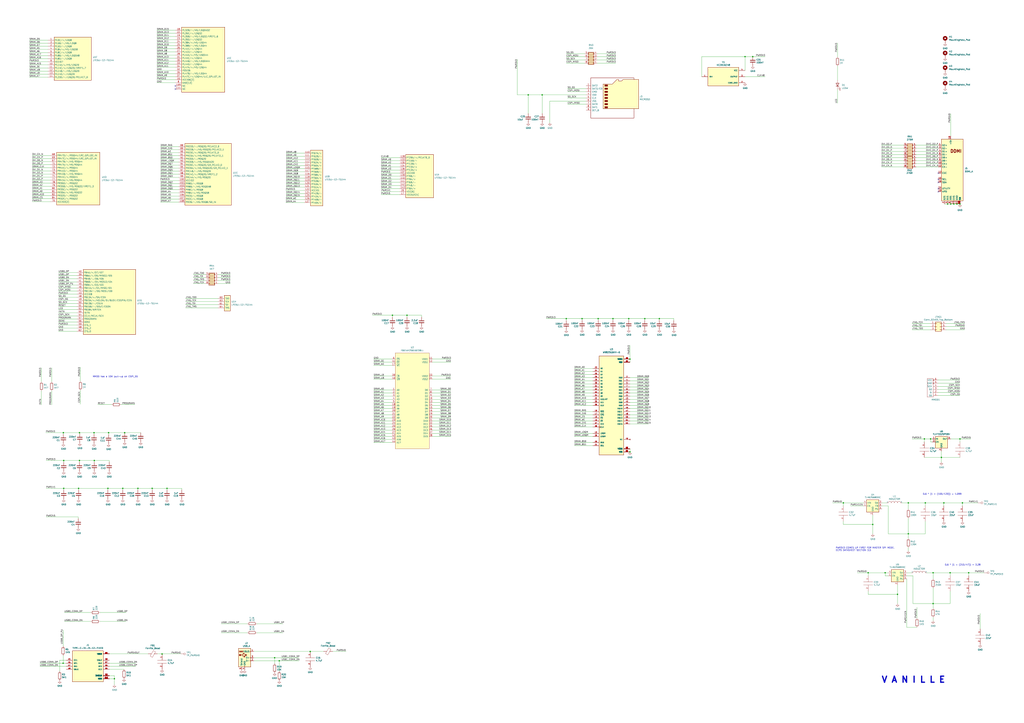
<source format=kicad_sch>
(kicad_sch (version 20230121) (generator eeschema)
  (paper "A1")
  (title_block (title "Vanille Computer") (date "2024-02-29") (rev "V2") (company "Copyright © 2023 Lone Dynamics Corporation. All rights reserved."))
  (junction (at 433.832 77.978))
  (junction (at 764.286 360.68))
  (junction (at 89.154 355.6))
  (junction (at 478.028 261.874))
  (junction (at 65.278 378.46))
  (junction (at 254.762 535.432))
  (junction (at 52.324 401.32))
  (junction (at 124.968 401.32))
  (junction (at 225.552 540.512))
  (junction (at 517.398 371.348))
  (junction (at 334.264 259.08))
  (junction (at 102.362 355.6))
  (junction (at 766.318 470.662))
  (junction (at 618.236 46.482))
  (junction (at 133.096 537.464))
  (junction (at 778.256 167.64))
  (junction (at 51.816 545.084))
  (junction (at 445.262 77.978))
  (junction (at 759.968 413.258))
  (junction (at 780.796 167.64))
  (junction (at 137.16 401.32))
  (junction (at 745.998 438.658))
  (junction (at 788.416 167.64))
  (junction (at 759.206 360.68))
  (junction (at 65.278 355.6))
  (junction (at 737.108 488.442))
  (junction (at 766.318 496.062))
  (junction (at 716.788 431.038))
  (junction (at 788.416 360.68))
  (junction (at 780.288 470.662))
  (junction (at 775.208 413.258))
  (junction (at 745.998 413.258))
  (junction (at 88.646 401.32))
  (junction (at 517.398 295.148))
  (junction (at 726.948 470.662))
  (junction (at 785.876 167.64))
  (junction (at 64.516 401.32))
  (junction (at 113.284 401.32))
  (junction (at 52.324 378.46))
  (junction (at 100.838 401.32))
  (junction (at 611.886 46.482))
  (junction (at 491.236 261.874))
  (junction (at 229.362 543.052))
  (junction (at 773.176 375.92))
  (junction (at 77.216 355.6))
  (junction (at 77.47 378.46))
  (junction (at 692.658 413.258))
  (junction (at 783.336 167.64))
  (junction (at 541.528 261.874))
  (junction (at 790.448 413.258))
  (junction (at 503.428 261.874))
  (junction (at 465.074 261.874))
  (junction (at 52.07 355.6))
  (junction (at 712.978 470.662))
  (junction (at 93.98 557.784))
  (junction (at 516.382 261.874))
  (junction (at 795.528 470.662))
  (junction (at 529.59 261.874))
  (junction (at 322.326 259.08))
  (no_connect (at 144.018 70.612))
  (no_connect (at 144.018 73.152))
  (no_connect (at 770.636 157.48))
  (no_connect (at 770.636 154.94))
  (no_connect (at 770.636 149.86))
  (no_connect (at 770.636 147.32))
  (no_connect (at 770.636 142.24))
  (wire (pts (xy 312.928 129.54) (xy 328.168 129.54)))
  (wire (pts (xy 517.398 343.408) (xy 532.638 343.408)))
  (wire (pts (xy 65.278 378.46) (xy 77.47 378.46)))
  (wire (pts (xy 89.916 555.244) (xy 93.98 555.244)))
  (wire (pts (xy 780.288 473.202) (xy 780.288 470.662)))
  (wire (pts (xy 34.036 321.31) (xy 34.036 332.74)))
  (wire (pts (xy 131.826 161.036) (xy 146.812 161.036)))
  (wire (pts (xy 471.678 325.628) (xy 486.918 325.628)))
  (wire (pts (xy 128.778 52.832) (xy 144.018 52.832)))
  (wire (pts (xy 753.11 508) (xy 753.11 499.11)))
  (wire (pts (xy 745.998 442.468) (xy 745.998 438.658)))
  (wire (pts (xy 745.998 438.658) (xy 759.968 438.658)))
  (wire (pts (xy 517.398 315.468) (xy 532.638 315.468)))
  (wire (pts (xy 729.488 415.798) (xy 729.488 438.658)))
  (wire (pts (xy 355.092 323.088) (xy 370.332 323.088)))
  (wire (pts (xy 89.916 557.784) (xy 93.98 557.784)))
  (wire (pts (xy 77.216 356.87) (xy 77.216 355.6)))
  (wire (pts (xy 51.816 531.114) (xy 51.816 518.16)))
  (wire (pts (xy 208.534 535.432) (xy 254.762 535.432)))
  (wire (pts (xy 88.646 402.59) (xy 88.646 401.32)))
  (wire (pts (xy 465.074 46.736) (xy 480.314 46.736)))
  (wire (pts (xy 471.678 310.388) (xy 486.918 310.388)))
  (wire (pts (xy 778.256 167.64) (xy 780.796 167.64)))
  (wire (pts (xy 478.028 261.874) (xy 491.236 261.874)))
  (wire (pts (xy 471.678 338.328) (xy 486.918 338.328)))
  (wire (pts (xy 93.98 557.784) (xy 93.98 562.61)))
  (wire (pts (xy 26.416 137.922) (xy 41.402 137.922)))
  (wire (pts (xy 168.91 233.172) (xy 158.75 233.172)))
  (wire (pts (xy 306.832 333.248) (xy 322.072 333.248)))
  (wire (pts (xy 745.998 425.958) (xy 745.998 438.658)))
  (wire (pts (xy 788.162 317.5) (xy 770.382 317.5)))
  (wire (pts (xy 517.398 310.388) (xy 532.638 310.388)))
  (wire (pts (xy 752.348 132.08) (xy 770.636 132.08)))
  (wire (pts (xy 234.95 153.924) (xy 249.936 153.924)))
  (wire (pts (xy 764.286 360.68) (xy 759.206 360.68)))
  (wire (pts (xy 234.95 148.844) (xy 249.936 148.844)))
  (wire (pts (xy 24.13 58.42) (xy 39.37 58.42)))
  (wire (pts (xy 698.5 415.798) (xy 709.168 415.798)))
  (wire (pts (xy 306.832 351.028) (xy 322.072 351.028)))
  (wire (pts (xy 726.948 470.662) (xy 729.488 470.662)))
  (wire (pts (xy 490.474 51.816) (xy 505.714 51.816)))
  (wire (pts (xy 788.162 314.96) (xy 770.382 314.96)))
  (wire (pts (xy 471.678 363.728) (xy 486.918 363.728)))
  (wire (pts (xy 51.816 518.16) (xy 52.07 518.16)))
  (wire (pts (xy 306.832 340.868) (xy 322.072 340.868)))
  (wire (pts (xy 234.696 166.624) (xy 249.936 166.624)))
  (wire (pts (xy 65.278 379.73) (xy 65.278 378.46)))
  (wire (pts (xy 312.928 152.4) (xy 328.168 152.4)))
  (wire (pts (xy 131.826 128.016) (xy 146.812 128.016)))
  (wire (pts (xy 765.556 360.68) (xy 764.286 360.68)))
  (wire (pts (xy 744.728 475.742) (xy 744.728 515.62)))
  (wire (pts (xy 77.47 379.73) (xy 77.47 378.46)))
  (wire (pts (xy 26.416 153.162) (xy 41.402 153.162)))
  (wire (pts (xy 102.362 355.6) (xy 115.57 355.6)))
  (wire (pts (xy 716.788 431.038) (xy 716.788 438.658)))
  (wire (pts (xy 471.678 348.488) (xy 486.918 348.488)))
  (wire (pts (xy 254.762 535.432) (xy 265.684 535.432)))
  (wire (pts (xy 124.968 402.59) (xy 124.968 401.32)))
  (wire (pts (xy 128.778 60.452) (xy 144.018 60.452)))
  (wire (pts (xy 788.162 320.04) (xy 770.382 320.04)))
  (wire (pts (xy 576.326 62.992) (xy 576.326 46.482)))
  (wire (pts (xy 48.006 249.428) (xy 63.246 249.428)))
  (wire (pts (xy 48.006 224.028) (xy 63.246 224.028)))
  (wire (pts (xy 24.13 53.34) (xy 39.37 53.34)))
  (wire (pts (xy 49.022 551.688) (xy 49.022 542.544)))
  (wire (pts (xy 234.95 141.224) (xy 249.936 141.224)))
  (wire (pts (xy 744.728 515.62) (xy 753.11 515.62)))
  (wire (pts (xy 208.534 540.512) (xy 225.552 540.512)))
  (wire (pts (xy 48.006 267.208) (xy 63.246 267.208)))
  (wire (pts (xy 795.528 470.662) (xy 808.228 470.662)))
  (wire (pts (xy 52.07 356.87) (xy 52.07 355.6)))
  (wire (pts (xy 24.13 43.18) (xy 39.37 43.18)))
  (wire (pts (xy 517.398 283.718) (xy 517.398 295.148)))
  (wire (pts (xy 48.006 272.288) (xy 63.246 272.288)))
  (wire (pts (xy 37.846 401.32) (xy 52.324 401.32)))
  (wire (pts (xy 128.778 27.432) (xy 144.018 27.432)))
  (wire (pts (xy 355.092 345.948) (xy 370.332 345.948)))
  (wire (pts (xy 433.832 77.978) (xy 424.942 77.978)))
  (wire (pts (xy 306.832 356.108) (xy 322.072 356.108)))
  (wire (pts (xy 124.968 401.32) (xy 137.16 401.32)))
  (wire (pts (xy 716.788 431.038) (xy 692.658 431.038)))
  (wire (pts (xy 795.528 470.662) (xy 795.528 473.202)))
  (wire (pts (xy 93.98 555.244) (xy 93.98 557.784)))
  (wire (pts (xy 723.9 134.62) (xy 742.188 134.62)))
  (wire (pts (xy 712.978 470.662) (xy 726.948 470.662)))
  (wire (pts (xy 759.968 415.798) (xy 759.968 413.258)))
  (wire (pts (xy 48.006 229.108) (xy 63.246 229.108)))
  (wire (pts (xy 229.362 543.052) (xy 245.618 543.052)))
  (wire (pts (xy 723.9 132.08) (xy 742.188 132.08)))
  (wire (pts (xy 466.09 75.438) (xy 481.33 75.438)))
  (wire (pts (xy 466.09 85.598) (xy 481.33 85.598)))
  (wire (pts (xy 229.362 543.052) (xy 229.362 551.688)))
  (wire (pts (xy 471.678 312.928) (xy 486.918 312.928)))
  (wire (pts (xy 42.418 302.26) (xy 42.418 313.69)))
  (wire (pts (xy 312.928 147.32) (xy 328.168 147.32)))
  (wire (pts (xy 445.262 93.218) (xy 445.262 77.978)))
  (wire (pts (xy 312.928 134.62) (xy 328.168 134.62)))
  (wire (pts (xy 312.928 142.24) (xy 328.168 142.24)))
  (wire (pts (xy 24.13 45.72) (xy 39.37 45.72)))
  (wire (pts (xy 24.13 38.1) (xy 39.37 38.1)))
  (wire (pts (xy 131.826 153.416) (xy 146.812 153.416)))
  (wire (pts (xy 152.4 250.444) (xy 179.07 250.444)))
  (wire (pts (xy 788.162 322.58) (xy 770.382 322.58)))
  (wire (pts (xy 355.092 330.708) (xy 370.332 330.708)))
  (wire (pts (xy 729.488 473.202) (xy 726.948 473.202)))
  (wire (pts (xy 692.658 415.798) (xy 692.658 413.258)))
  (wire (pts (xy 541.528 263.144) (xy 541.528 261.874)))
  (wire (pts (xy 52.07 355.6) (xy 65.278 355.6)))
  (wire (pts (xy 168.91 228.092) (xy 158.75 228.092)))
  (wire (pts (xy 785.876 167.64) (xy 788.416 167.64)))
  (wire (pts (xy 503.428 263.144) (xy 503.428 261.874)))
  (wire (pts (xy 764.286 268.478) (xy 749.046 268.478)))
  (wire (pts (xy 128.778 50.292) (xy 144.018 50.292)))
  (wire (pts (xy 52.324 401.32) (xy 64.516 401.32)))
  (wire (pts (xy 24.13 40.64) (xy 39.37 40.64)))
  (wire (pts (xy 234.95 131.064) (xy 249.936 131.064)))
  (wire (pts (xy 306.832 300.228) (xy 322.072 300.228)))
  (wire (pts (xy 306.832 358.648) (xy 322.072 358.648)))
  (wire (pts (xy 48.006 226.568) (xy 63.246 226.568)))
  (wire (pts (xy 752.348 121.92) (xy 770.636 121.92)))
  (wire (pts (xy 726.948 473.202) (xy 726.948 470.662)))
  (wire (pts (xy 152.4 245.364) (xy 179.07 245.364)))
  (wire (pts (xy 48.006 246.888) (xy 63.246 246.888)))
  (wire (pts (xy 128.778 42.672) (xy 144.018 42.672)))
  (wire (pts (xy 451.612 83.058) (xy 451.612 100.838)))
  (wire (pts (xy 766.318 499.872) (xy 766.318 496.062)))
  (wire (pts (xy 99.314 332.486) (xy 110.744 332.486)))
  (wire (pts (xy 225.552 540.512) (xy 225.552 545.338)))
  (wire (pts (xy 687.832 35.306) (xy 687.832 46.736)))
  (wire (pts (xy 24.13 63.5) (xy 39.37 63.5)))
  (wire (pts (xy 692.658 413.258) (xy 709.168 413.258)))
  (wire (pts (xy 306.832 328.168) (xy 322.072 328.168)))
  (wire (pts (xy 131.826 138.176) (xy 146.812 138.176)))
  (wire (pts (xy 553.466 261.874) (xy 553.466 263.398)))
  (wire (pts (xy 234.696 164.084) (xy 249.936 164.084)))
  (wire (pts (xy 129.286 537.464) (xy 133.096 537.464)))
  (wire (pts (xy 52.324 402.59) (xy 52.324 401.32)))
  (wire (pts (xy 131.826 135.636) (xy 146.812 135.636)))
  (wire (pts (xy 26.416 130.302) (xy 41.402 130.302)))
  (wire (pts (xy 471.678 302.768) (xy 486.918 302.768)))
  (wire (pts (xy 775.208 413.258) (xy 790.448 413.258)))
  (wire (pts (xy 465.074 261.874) (xy 465.074 263.398)))
  (wire (pts (xy 131.826 122.936) (xy 146.812 122.936)))
  (wire (pts (xy 355.092 311.658) (xy 370.332 311.658)))
  (wire (pts (xy 306.832 309.118) (xy 322.072 309.118)))
  (wire (pts (xy 77.47 378.46) (xy 89.662 378.46)))
  (wire (pts (xy 32.766 545.084) (xy 51.816 545.084)))
  (wire (pts (xy 752.348 127) (xy 770.636 127)))
  (wire (pts (xy 451.612 83.058) (xy 481.33 83.058)))
  (wire (pts (xy 26.416 150.622) (xy 41.402 150.622)))
  (wire (pts (xy 744.728 473.202) (xy 749.808 473.202)))
  (wire (pts (xy 52.832 510.794) (xy 74.422 510.794)))
  (wire (pts (xy 503.428 261.874) (xy 516.382 261.874)))
  (wire (pts (xy 312.928 132.08) (xy 328.168 132.08)))
  (wire (pts (xy 128.778 35.052) (xy 144.018 35.052)))
  (wire (pts (xy 152.4 252.984) (xy 179.07 252.984)))
  (wire (pts (xy 433.832 77.978) (xy 433.832 93.218)))
  (wire (pts (xy 766.318 510.032) (xy 766.318 507.492)))
  (wire (pts (xy 52.324 379.73) (xy 52.324 378.46)))
  (wire (pts (xy 355.092 348.488) (xy 370.332 348.488)))
  (wire (pts (xy 611.886 57.912) (xy 611.886 46.482)))
  (wire (pts (xy 466.09 80.518) (xy 481.33 80.518)))
  (wire (pts (xy 26.416 132.842) (xy 41.402 132.842)))
  (wire (pts (xy 471.678 305.308) (xy 486.918 305.308)))
  (wire (pts (xy 466.09 72.898) (xy 481.33 72.898)))
  (wire (pts (xy 471.678 333.248) (xy 486.918 333.248)))
  (wire (pts (xy 168.91 225.552) (xy 158.75 225.552)))
  (wire (pts (xy 32.766 547.624) (xy 54.356 547.624)))
  (wire (pts (xy 355.092 295.148) (xy 370.332 295.148)))
  (wire (pts (xy 48.006 262.128) (xy 63.246 262.128)))
  (wire (pts (xy 234.95 133.604) (xy 249.936 133.604)))
  (wire (pts (xy 234.95 125.984) (xy 249.936 125.984)))
  (wire (pts (xy 759.968 438.658) (xy 759.968 428.498)))
  (wire (pts (xy 346.202 259.08) (xy 346.202 260.604)))
  (wire (pts (xy 49.022 542.544) (xy 54.356 542.544)))
  (wire (pts (xy 737.108 488.442) (xy 712.978 488.442)))
  (wire (pts (xy 128.778 55.372) (xy 144.018 55.372)))
  (wire (pts (xy 780.288 470.662) (xy 795.528 470.662)))
  (wire (pts (xy 131.826 130.556) (xy 146.812 130.556)))
  (wire (pts (xy 89.154 355.6) (xy 102.362 355.6)))
  (wire (pts (xy 355.092 325.628) (xy 370.332 325.628)))
  (wire (pts (xy 471.678 323.088) (xy 486.918 323.088)))
  (wire (pts (xy 152.4 247.904) (xy 179.07 247.904)))
  (wire (pts (xy 759.968 413.258) (xy 775.208 413.258)))
  (wire (pts (xy 692.658 428.498) (xy 692.658 431.038)))
  (wire (pts (xy 24.13 48.26) (xy 39.37 48.26)))
  (wire (pts (xy 48.006 244.348) (xy 63.246 244.348)))
  (wire (pts (xy 189.23 233.172) (xy 179.07 233.172)))
  (wire (pts (xy 322.326 259.08) (xy 334.264 259.08)))
  (wire (pts (xy 306.832 323.088) (xy 322.072 323.088)))
  (wire (pts (xy 529.59 261.874) (xy 541.528 261.874)))
  (wire (pts (xy 82.042 510.794) (xy 103.632 510.794)))
  (wire (pts (xy 66.04 320.802) (xy 66.04 332.232)))
  (wire (pts (xy 765.556 363.22) (xy 764.286 363.22)))
  (wire (pts (xy 189.23 228.092) (xy 179.07 228.092)))
  (wire (pts (xy 804.926 516.89) (xy 804.926 504.19)))
  (wire (pts (xy 37.846 378.46) (xy 52.324 378.46)))
  (wire (pts (xy 48.006 231.648) (xy 63.246 231.648)))
  (wire (pts (xy 51.816 545.084) (xy 54.356 545.084)))
  (wire (pts (xy 312.928 157.48) (xy 328.168 157.48)))
  (wire (pts (xy 788.416 363.22) (xy 788.416 360.68)))
  (wire (pts (xy 517.398 348.488) (xy 532.638 348.488)))
  (wire (pts (xy 312.928 160.02) (xy 328.168 160.02)))
  (wire (pts (xy 113.284 402.59) (xy 113.284 401.32)))
  (wire (pts (xy 471.678 351.028) (xy 486.918 351.028)))
  (wire (pts (xy 471.678 358.648) (xy 486.918 358.648)))
  (wire (pts (xy 334.264 259.08) (xy 346.202 259.08)))
  (wire (pts (xy 517.398 323.088) (xy 532.638 323.088)))
  (wire (pts (xy 737.108 480.822) (xy 737.108 488.442)))
  (wire (pts (xy 52.832 503.428) (xy 74.422 503.428)))
  (wire (pts (xy 355.092 356.108) (xy 370.332 356.108)))
  (wire (pts (xy 752.348 119.38) (xy 770.636 119.38)))
  (wire (pts (xy 471.678 330.708) (xy 486.918 330.708)))
  (wire (pts (xy 225.552 540.512) (xy 245.618 540.512)))
  (wire (pts (xy 687.832 73.406) (xy 687.832 84.836)))
  (wire (pts (xy 80.264 332.486) (xy 91.694 332.486)))
  (wire (pts (xy 424.942 77.978) (xy 424.942 48.768)))
  (wire (pts (xy 471.678 340.868) (xy 486.918 340.868)))
  (wire (pts (xy 766.318 475.742) (xy 766.318 470.662)))
  (wire (pts (xy 766.318 496.062) (xy 780.288 496.062)))
  (wire (pts (xy 517.398 333.248) (xy 532.638 333.248)))
  (wire (pts (xy 34.036 302.26) (xy 34.036 313.69)))
  (wire (pts (xy 471.678 366.268) (xy 486.918 366.268)))
  (wire (pts (xy 89.916 537.464) (xy 121.666 537.464)))
  (wire (pts (xy 26.416 148.082) (xy 41.402 148.082)))
  (wire (pts (xy 355.092 338.328) (xy 370.332 338.328)))
  (wire (pts (xy 745.998 452.628) (xy 745.998 450.088)))
  (wire (pts (xy 712.978 485.902) (xy 712.978 488.442)))
  (wire (pts (xy 26.416 155.702) (xy 41.402 155.702)))
  (wire (pts (xy 131.826 120.396) (xy 146.812 120.396)))
  (wire (pts (xy 26.416 160.782) (xy 41.402 160.782)))
  (wire (pts (xy 752.348 129.54) (xy 770.636 129.54)))
  (wire (pts (xy 100.838 401.32) (xy 113.284 401.32)))
  (wire (pts (xy 752.348 134.62) (xy 770.636 134.62)))
  (wire (pts (xy 516.382 261.874) (xy 529.59 261.874)))
  (wire (pts (xy 355.092 297.688) (xy 370.332 297.688)))
  (wire (pts (xy 306.832 361.188) (xy 322.072 361.188)))
  (wire (pts (xy 128.778 40.132) (xy 144.018 40.132)))
  (wire (pts (xy 471.678 318.008) (xy 486.918 318.008)))
  (wire (pts (xy 780.796 167.64) (xy 783.336 167.64)))
  (wire (pts (xy 611.886 46.482) (xy 618.236 46.482)))
  (wire (pts (xy 465.074 44.196) (xy 480.314 44.196)))
  (wire (pts (xy 312.928 139.7) (xy 328.168 139.7)))
  (wire (pts (xy 334.264 259.08) (xy 334.264 260.604)))
  (wire (pts (xy 128.778 37.592) (xy 144.018 37.592)))
  (wire (pts (xy 766.318 470.662) (xy 780.288 470.662)))
  (wire (pts (xy 128.778 45.212) (xy 144.018 45.212)))
  (wire (pts (xy 773.176 370.84) (xy 773.176 375.92)))
  (wire (pts (xy 775.716 167.64) (xy 778.256 167.64)))
  (wire (pts (xy 491.236 261.874) (xy 491.236 263.144)))
  (wire (pts (xy 312.928 149.86) (xy 328.168 149.86)))
  (wire (pts (xy 780.796 93.472) (xy 780.796 111.76)))
  (wire (pts (xy 234.95 128.524) (xy 249.936 128.524)))
  (wire (pts (xy 723.9 124.46) (xy 742.188 124.46)))
  (wire (pts (xy 26.416 143.002) (xy 41.402 143.002)))
  (wire (pts (xy 306.832 353.568) (xy 322.072 353.568)))
  (wire (pts (xy 465.074 261.874) (xy 478.028 261.874)))
  (wire (pts (xy 48.006 269.748) (xy 63.246 269.748)))
  (wire (pts (xy 445.262 77.978) (xy 481.33 77.978)))
  (wire (pts (xy 766.318 496.062) (xy 749.808 496.062)))
  (wire (pts (xy 773.176 379.73) (xy 773.176 375.92)))
  (wire (pts (xy 64.516 401.32) (xy 88.646 401.32)))
  (wire (pts (xy 306.832 363.728) (xy 322.072 363.728)))
  (wire (pts (xy 128.778 32.512) (xy 144.018 32.512)))
  (wire (pts (xy 234.95 143.764) (xy 249.936 143.764)))
  (wire (pts (xy 306.832 325.628) (xy 322.072 325.628)))
  (wire (pts (xy 724.408 413.258) (xy 728.218 413.258)))
  (wire (pts (xy 788.162 325.12) (xy 770.382 325.12)))
  (wire (pts (xy 48.006 236.728) (xy 63.246 236.728)))
  (wire (pts (xy 764.286 271.018) (xy 749.046 271.018)))
  (wire (pts (xy 89.662 379.73) (xy 89.662 378.46)))
  (wire (pts (xy 355.092 343.408) (xy 370.332 343.408)))
  (wire (pts (xy 312.928 154.94) (xy 328.168 154.94)))
  (wire (pts (xy 210.82 512.572) (xy 232.41 512.572)))
  (wire (pts (xy 100.838 402.59) (xy 100.838 401.32)))
  (wire (pts (xy 749.046 360.68) (xy 759.206 360.68)))
  (wire (pts (xy 208.534 543.052) (xy 229.362 543.052)))
  (wire (pts (xy 234.95 159.004) (xy 249.936 159.004)))
  (wire (pts (xy 517.398 335.788) (xy 532.638 335.788)))
  (wire (pts (xy 517.398 312.928) (xy 532.638 312.928)))
  (wire (pts (xy 355.092 328.168) (xy 370.332 328.168)))
  (wire (pts (xy 517.398 368.808) (xy 517.398 371.348)))
  (wire (pts (xy 137.16 402.59) (xy 137.16 401.32)))
  (wire (pts (xy 745.998 418.338) (xy 745.998 413.258)))
  (wire (pts (xy 471.678 328.168) (xy 486.918 328.168)))
  (wire (pts (xy 24.13 50.8) (xy 39.37 50.8)))
  (wire (pts (xy 48.006 241.808) (xy 63.246 241.808)))
  (wire (pts (xy 471.678 345.948) (xy 486.918 345.948)))
  (wire (pts (xy 306.832 348.488) (xy 322.072 348.488)))
  (wire (pts (xy 64.262 426.212) (xy 64.262 424.942)))
  (wire (pts (xy 149.352 402.59) (xy 149.352 401.32)))
  (wire (pts (xy 471.678 343.408) (xy 486.918 343.408)))
  (wire (pts (xy 48.006 251.968) (xy 63.246 251.968)))
  (wire (pts (xy 780.796 360.68) (xy 788.416 360.68)))
  (wire (pts (xy 137.16 401.32) (xy 149.352 401.32)))
  (wire (pts (xy 491.236 261.874) (xy 503.428 261.874)))
  (wire (pts (xy 783.336 167.64) (xy 785.876 167.64)))
  (wire (pts (xy 52.324 378.46) (xy 65.278 378.46)))
  (wire (pts (xy 517.398 318.008) (xy 532.638 318.008)))
  (wire (pts (xy 792.226 268.478) (xy 776.986 268.478)))
  (wire (pts (xy 24.13 60.96) (xy 39.37 60.96)))
  (wire (pts (xy 128.778 29.972) (xy 144.018 29.972)))
  (wire (pts (xy 181.61 519.938) (xy 203.2 519.938)))
  (wire (pts (xy 273.304 535.432) (xy 284.226 535.432)))
  (wire (pts (xy 723.9 127) (xy 742.188 127)))
  (wire (pts (xy 26.416 127.762) (xy 41.402 127.762)))
  (wire (pts (xy 89.154 355.6) (xy 89.154 357.124)))
  (wire (pts (xy 48.006 259.588) (xy 63.246 259.588)))
  (wire (pts (xy 82.042 503.428) (xy 103.632 503.428)))
  (wire (pts (xy 306.832 338.328) (xy 322.072 338.328)))
  (wire (pts (xy 48.006 234.188) (xy 63.246 234.188)))
  (wire (pts (xy 131.826 150.876) (xy 146.812 150.876)))
  (wire (pts (xy 465.074 49.276) (xy 480.314 49.276)))
  (wire (pts (xy 131.826 140.716) (xy 146.812 140.716)))
  (wire (pts (xy 128.778 47.752) (xy 144.018 47.752)))
  (wire (pts (xy 131.826 125.476) (xy 146.812 125.476)))
  (wire (pts (xy 131.826 163.576) (xy 146.812 163.576)))
  (wire (pts (xy 618.236 46.482) (xy 628.396 46.482)))
  (wire (pts (xy 24.13 35.56) (xy 39.37 35.56)))
  (wire (pts (xy 89.916 545.084) (xy 111.506 545.084)))
  (wire (pts (xy 128.778 57.912) (xy 144.018 57.912)))
  (wire (pts (xy 792.226 265.938) (xy 776.986 265.938)))
  (wire (pts (xy 89.916 550.164) (xy 101.854 550.164)))
  (wire (pts (xy 306.832 335.788) (xy 322.072 335.788)))
  (wire (pts (xy 26.416 140.462) (xy 41.402 140.462)))
  (wire (pts (xy 26.416 163.322) (xy 41.402 163.322)))
  (wire (pts (xy 517.398 328.168) (xy 532.638 328.168)))
  (wire (pts (xy 448.564 261.874) (xy 465.074 261.874)))
  (wire (pts (xy 723.9 129.54) (xy 742.188 129.54)))
  (wire (pts (xy 128.778 68.072) (xy 144.018 68.072)))
  (wire (pts (xy 788.162 312.42) (xy 770.382 312.42)))
  (wire (pts (xy 683.768 413.258) (xy 692.658 413.258)))
  (wire (pts (xy 723.9 121.92) (xy 742.188 121.92)))
  (wire (pts (xy 26.416 145.542) (xy 41.402 145.542)))
  (wire (pts (xy 168.91 230.632) (xy 158.75 230.632)))
  (wire (pts (xy 355.092 340.868) (xy 370.332 340.868)))
  (wire (pts (xy 37.592 355.6) (xy 52.07 355.6)))
  (wire (pts (xy 234.95 146.304) (xy 249.936 146.304)))
  (wire (pts (xy 305.816 259.08) (xy 322.326 259.08)))
  (wire (pts (xy 465.074 51.816) (xy 480.314 51.816)))
  (wire (pts (xy 234.95 136.144) (xy 249.936 136.144)))
  (wire (pts (xy 611.886 62.992) (xy 628.396 62.992)))
  (wire (pts (xy 131.826 145.796) (xy 146.812 145.796)))
  (wire (pts (xy 234.95 138.684) (xy 249.936 138.684)))
  (wire (pts (xy 306.832 320.548) (xy 322.072 320.548)))
  (wire (pts (xy 65.532 356.362) (xy 65.278 355.6)))
  (wire (pts (xy 48.006 239.268) (xy 63.246 239.268)))
  (wire (pts (xy 189.23 230.632) (xy 179.07 230.632)))
  (wire (pts (xy 234.696 156.464) (xy 249.936 156.464)))
  (wire (pts (xy 723.9 137.16) (xy 742.188 137.16)))
  (wire (pts (xy 471.678 320.548) (xy 486.918 320.548)))
  (wire (pts (xy 189.23 225.552) (xy 179.07 225.552)))
  (wire (pts (xy 131.826 155.956) (xy 146.812 155.956)))
  (wire (pts (xy 64.516 402.59) (xy 64.516 401.32)))
  (wire (pts (xy 26.416 165.862) (xy 41.402 165.862)))
  (wire (pts (xy 306.832 297.688) (xy 322.072 297.688)))
  (wire (pts (xy 517.398 340.868) (xy 532.638 340.868)))
  (wire (pts (xy 445.262 77.978) (xy 433.832 77.978)))
  (wire (pts (xy 712.978 473.202) (xy 712.978 470.662)))
  (wire (pts (xy 517.398 325.628) (xy 532.638 325.628)))
  (wire (pts (xy 716.788 423.418) (xy 716.788 431.038)))
  (wire (pts (xy 42.418 321.31) (xy 42.418 332.74)))
  (wire (pts (xy 128.778 65.532) (xy 144.018 65.532)))
  (wire (pts (xy 759.206 375.92) (xy 773.176 375.92)))
  (wire (pts (xy 37.846 424.942) (xy 64.262 424.942)))
  (wire (pts (xy 234.95 161.544) (xy 249.936 161.544)))
  (wire (pts (xy 766.318 470.662) (xy 761.238 470.662)))
  (wire (pts (xy 48.006 257.048) (xy 63.246 257.048)))
  (wire (pts (xy 790.448 413.258) (xy 790.448 415.798)))
  (wire (pts (xy 723.9 119.38) (xy 742.188 119.38)))
  (wire (pts (xy 113.284 401.32) (xy 124.968 401.32)))
  (wire (pts (xy 478.028 261.874) (xy 478.028 263.144)))
  (wire (pts (xy 355.092 309.118) (xy 370.332 309.118)))
  (wire (pts (xy 541.528 261.874) (xy 553.466 261.874)))
  (wire (pts (xy 131.826 166.116) (xy 146.812 166.116)))
  (wire (pts (xy 65.278 355.6) (xy 77.216 355.6)))
  (wire (pts (xy 48.006 254.508) (xy 63.246 254.508)))
  (wire (pts (xy 749.808 473.202) (xy 749.808 496.062)))
  (wire (pts (xy 312.928 137.16) (xy 328.168 137.16)))
  (wire (pts (xy 133.096 537.464) (xy 148.336 537.464)))
  (wire (pts (xy 792.226 271.018) (xy 776.986 271.018)))
  (wire (pts (xy 764.286 363.22) (xy 764.286 360.68)))
  (wire (pts (xy 181.61 512.572) (xy 203.2 512.572)))
  (wire (pts (xy 529.59 263.144) (xy 529.59 261.874)))
  (wire (pts (xy 517.398 320.548) (xy 532.638 320.548)))
  (wire (pts (xy 306.832 330.708) (xy 322.072 330.708)))
  (wire (pts (xy 26.416 135.382) (xy 41.402 135.382)))
  (wire (pts (xy 737.108 488.442) (xy 737.108 496.062)))
  (wire (pts (xy 687.832 54.356) (xy 687.832 65.786)))
  (wire (pts (xy 471.678 356.108) (xy 486.918 356.108)))
  (wire (pts (xy 210.82 519.938) (xy 232.41 519.938)))
  (wire (pts (xy 131.826 133.096) (xy 146.812 133.096)))
  (wire (pts (xy 780.288 496.062) (xy 780.288 485.902)))
  (wire (pts (xy 704.088 470.662) (xy 712.978 470.662)))
  (wire (pts (xy 24.13 33.02) (xy 39.37 33.02)))
  (wire (pts (xy 234.95 151.384) (xy 249.936 151.384)))
  (wire (pts (xy 790.448 413.258) (xy 803.148 413.258)))
  (wire (pts (xy 752.348 137.16) (xy 770.636 137.16)))
  (wire (pts (xy 131.826 158.496) (xy 146.812 158.496)))
  (wire (pts (xy 306.832 295.148) (xy 322.072 295.148)))
  (wire (pts (xy 766.318 483.362) (xy 766.318 496.062)))
  (wire (pts (xy 764.286 265.938) (xy 749.046 265.938)))
  (wire (pts (xy 745.998 413.258) (xy 759.968 413.258)))
  (wire (pts (xy 773.176 375.92) (xy 788.416 375.92)))
  (wire (pts (xy 26.416 158.242) (xy 41.402 158.242)))
  (wire (pts (xy 745.998 413.258) (xy 740.918 413.258)))
  (wire (pts (xy 517.398 330.708) (xy 532.638 330.708)))
  (wire (pts (xy 752.348 124.46) (xy 770.636 124.46)))
  (wire (pts (xy 775.208 413.258) (xy 775.208 415.798)))
  (wire (pts (xy 724.408 415.798) (xy 729.488 415.798)))
  (wire (pts (xy 759.206 363.22) (xy 759.206 360.68)))
  (wire (pts (xy 306.832 311.658) (xy 322.072 311.658)))
  (wire (pts (xy 355.092 351.028) (xy 370.332 351.028)))
  (wire (pts (xy 744.728 470.662) (xy 748.538 470.662)))
  (wire (pts (xy 355.092 335.788) (xy 370.332 335.788)))
  (wire (pts (xy 490.474 46.736) (xy 505.714 46.736)))
  (wire (pts (xy 66.04 301.752) (xy 66.04 313.182)))
  (wire (pts (xy 77.216 355.6) (xy 89.154 355.6)))
  (wire (pts (xy 312.928 144.78) (xy 328.168 144.78)))
  (wire (pts (xy 131.572 148.336) (xy 146.812 148.336)))
  (wire (pts (xy 48.006 264.668) (xy 63.246 264.668)))
  (wire (pts (xy 306.832 345.948) (xy 322.072 345.948)))
  (wire (pts (xy 355.092 320.548) (xy 370.332 320.548)))
  (wire (pts (xy 516.382 263.144) (xy 516.382 261.874)))
  (wire (pts (xy 471.678 307.848) (xy 486.918 307.848)))
  (wire (pts (xy 517.398 345.948) (xy 532.638 345.948)))
  (wire (pts (xy 355.092 358.648) (xy 370.332 358.648)))
  (wire (pts (xy 355.092 333.248) (xy 370.332 333.248)))
  (wire (pts (xy 89.916 547.624) (xy 111.506 547.624)))
  (wire (pts (xy 517.398 295.148) (xy 517.398 297.688)))
  (wire (pts (xy 128.778 62.992) (xy 144.018 62.992)))
  (wire (pts (xy 128.778 24.892) (xy 144.018 24.892)))
  (wire (pts (xy 51.816 538.734) (xy 51.816 545.084)))
  (wire (pts (xy 131.826 143.256) (xy 146.812 143.256)))
  (wire (pts (xy 322.326 259.08) (xy 322.326 260.604)))
  (wire (pts (xy 745.998 438.658) (xy 729.488 438.658)))
  (wire (pts (xy 471.678 315.468) (xy 486.918 315.468)))
  (wire (pts (xy 88.646 401.32) (xy 100.838 401.32)))
  (wire (pts (xy 24.13 55.88) (xy 39.37 55.88)))
  (wire (pts (xy 306.832 343.408) (xy 322.072 343.408)))
  (wire (pts (xy 490.474 49.276) (xy 505.714 49.276)))
  (wire (pts (xy 490.474 44.196) (xy 505.714 44.196)))
  (wire (pts (xy 355.092 353.568) (xy 370.332 353.568)))
  (wire (pts (xy 788.416 360.68) (xy 797.306 360.68)))
  (wire (pts (xy 576.326 46.482) (xy 611.886 46.482)))
  (wire (pts (xy 517.398 338.328) (xy 532.638 338.328)))
  (text "V A N I L L E" (at 723.646 561.594 0) (effects (font (size 5 5) (thickness 1) bold) (justify left bottom)))
  (text "PWR3V3 COMES UP FIRST FOR MASTER SPI MODE,\nECP5 DATASHEET SECTION 3.5" (at 686.308 453.136 0) (effects (font (size 1.27 1.27)) (justify left bottom)))
  (text "0.6 * (1 + (210/47)) = 3.28" (at 775.97 465.074 0) (effects (font (size 1.27 1.27)) (justify left bottom)))
  (text "MMOD has a 10K pull-up on CSPI_SS" (at 113.284 310.388 0) (effects (font (size 1.27 1.27)) (justify right bottom)))
  (text "0.6 * (1 + (100/120)) = 1.099" (at 757.936 406.908 0) (effects (font (size 1.27 1.27)) (justify left bottom)))
  (label "DRAM_A4" (at 131.826 158.496 0))
  (label "DRAM_A8" (at 234.95 125.984 0))
  (label "DRAM_DQ0" (at 523.24 310.388 0))
  (label "DVIC_D1_N" (at 760.476 127 0))
  (label "CSPI_MOSI" (at 466.09 75.438 0))
  (label "CLK48" (at 621.792 62.992 0))
  (label "USB0_CONN_DP" (at 32.766 545.084 0))
  (label "SRAM_A14" (at 306.832 356.108 0))
  (label "DVI_CK_N" (at 723.9 137.16 0))
  (label "SRAM_A8" (at 306.832 340.868 0))
  (label "SRAM_A12" (at 128.778 52.832 0))
  (label "SRAM_A2" (at 306.832 325.628 0))
  (label "DVI_D0_N" (at 26.416 132.842 0))
  (label "PWR1V1" (at 313.182 157.48 0))
  (label "PWR3V3" (at 189.23 228.092 180))
  (label "DRAM_CLK" (at 471.678 351.028 0))
  (label "PWR3V3" (at 749.046 360.68 0))
  (label "DRAM_DQ5" (at 523.24 323.088 0))
  (label "LED" (at 687.832 84.836 90))
  (label "SRAM_A16" (at 306.832 361.188 0))
  (label "USB1_DP" (at 48.006 226.568 0))
  (label "USB0_DN" (at 48.006 229.108 0))
  (label "SRAM_WE" (at 234.696 164.084 0))
  (label "DRAM_A4" (at 471.678 312.928 0))
  (label "DRAM_CKE" (at 471.678 348.488 0))
  (label "DRAM_DQ3" (at 523.24 318.008 0))
  (label "PWR3V3" (at 312.928 142.24 0))
  (label "SRAM_A1" (at 312.928 137.16 0))
  (label "DRAM_BS0" (at 471.678 363.728 0))
  (label "SRAM_D4" (at 361.696 330.708 0))
  (label "DRAM_DQ14" (at 234.95 159.004 0))
  (label "DRAM_DQ7" (at 131.826 135.636 0))
  (label "SRAM_A9" (at 306.832 343.408 0))
  (label "DRAM_A8" (at 471.678 323.088 0))
  (label "DRAM_BS1" (at 131.826 128.016 0))
  (label "PWR3V3" (at 34.036 309.88 90))
  (label "SRAM_A3" (at 312.928 139.7 0))
  (label "DONE" (at 48.006 264.668 0))
  (label "USB0_DP" (at 48.006 224.028 0))
  (label "RESET" (at 80.264 332.486 0))
  (label "DRAM_DQ11" (at 523.24 338.328 0))
  (label "DRAM_DQ7" (at 523.24 328.168 0))
  (label "SRAM_A11" (at 306.832 348.488 0))
  (label "DRAM_BS1" (at 471.678 366.268 0))
  (label "PWR5V0" (at 704.088 470.662 0))
  (label "DRAM_A10" (at 471.678 328.168 0))
  (label "DVI_D2_N" (at 723.9 121.92 0))
  (label "SRAM_D15" (at 360.68 358.648 0))
  (label "PROGRAMN" (at 48.006 262.128 0))
  (label "JTAG_TMS" (at 783.336 265.938 0))
  (label "SRAM_A15" (at 306.832 358.648 0))
  (label "SRAM_A1" (at 306.832 323.088 0))
  (label "PWR1V1" (at 795.528 413.258 0))
  (label "LED" (at 48.006 254.508 0))
  (label "PWR2V5" (at 37.846 424.942 0))
  (label "PWR3V3" (at 26.416 165.862 0))
  (label "DRAM_DQ11" (at 234.95 148.844 0))
  (label "GND" (at 366.014 311.658 0))
  (label "PWR3V3" (at 128.778 65.532 0))
  (label "DRAM_DQ1" (at 131.826 153.416 0))
  (label "DRAM_A1" (at 471.678 305.308 0))
  (label "SD_SCK" (at 48.006 249.428 0))
  (label "SRAM_D2" (at 312.928 149.86 0))
  (label "DVI_D1_N" (at 723.9 127 0))
  (label "DVI_D0_P" (at 723.9 129.54 0))
  (label "JTAG_TDI" (at 158.75 228.092 0))
  (label "SRAM_D12" (at 360.68 351.028 0))
  (label "DRAM_WE" (at 471.678 345.948 0))
  (label "SRAM_A5" (at 24.13 40.64 0))
  (label "GND" (at 306.832 295.148 0))
  (label "PWR3V3" (at 687.832 42.926 90))
  (label "SRAM_A6" (at 24.13 43.18 0))
  (label "CSPI_SCK" (at 66.04 330.962 90))
  (label "DVI_CK_P" (at 26.416 130.302 0))
  (label "SRAM_D2" (at 361.696 325.628 0))
  (label "DRAM_DQ2" (at 523.24 315.468 0))
  (label "SRAM_D4" (at 312.928 154.94 0))
  (label "GND" (at 128.778 68.072 0))
  (label "SRAM_D6" (at 24.13 35.56 0))
  (label "SRAM_D7" (at 361.696 338.328 0))
  (label "RESET" (at 48.006 251.968 0))
  (label "DRAM_DQ9" (at 523.24 333.248 0))
  (label "DRAM_A3" (at 26.416 150.622 0))
  (label "SRAM_D13" (at 360.68 353.568 0))
  (label "SRAM_A12" (at 306.832 351.028 0))
  (label "DRAM_DQ2" (at 131.826 150.876 0))
  (label "GND" (at 784.352 314.96 0))
  (label "CSPI_SS" (at 48.006 246.888 0))
  (label "PWR3V3" (at 37.846 378.46 0))
  (label "DRAM_DQ8" (at 234.95 143.764 0))
  (label "SRAM_D9" (at 128.778 40.132 0))
  (label "DRAM_LDQM" (at 131.826 133.096 0))
  (label "SRAM_A4" (at 234.696 166.624 0))
  (label "CSPI_MOSI" (at 48.006 239.268 0))
  (label "USB0_CONN_DN" (at 52.832 510.794 0))
  (label "DRAM_CS" (at 26.416 163.322 0))
  (label "PWR3V3" (at 66.04 309.372 90))
  (label "DRAM_A2" (at 471.678 307.848 0))
  (label "PWR3V3" (at 804.926 513.08 90))
  (label "PWR3V3" (at 424.942 56.388 90))
  (label "PWR3V3" (at 305.816 259.08 0))
  (label "DRAM_UDQM" (at 471.678 358.648 0))
  (label "SD_SS" (at 48.006 244.348 0))
  (label "JTAG_TMS" (at 152.4 252.984 0))
  (label "DRAM_DQ13" (at 234.95 153.924 0))
  (label "DRAM_DQ0" (at 131.826 155.956 0))
  (label "DVI_D1_N" (at 26.416 140.462 0))
  (label "SRAM_D0" (at 312.928 144.78 0))
  (label "SRAM_D9" (at 361.696 343.408 0))
  (label "CSPI_MISO" (at 466.09 85.598 0))
  (label "DRAM_DQ13" (at 523.24 343.408 0))
  (label "DRAM_DQ1" (at 523.24 312.928 0))
  (label "USB1_DN" (at 224.79 519.938 0))
  (label "SRAM_A13" (at 128.778 47.752 0))
  (label "USB1_DN" (at 48.006 231.648 0))
  (label "DRAM_DQ12" (at 234.95 151.384 0))
  (label "SRAM_A15" (at 24.13 53.34 0))
  (label "SRAM_LB" (at 24.13 60.96 0))
  (label "CSPI_SS" (at 780.542 325.12 0))
  (label "PWR1V1EN" (at 698.5 415.798 0))
  (label "SRAM_WE" (at 306.832 300.228 0))
  (label "JTAG_TDI" (at 749.046 268.478 0))
  (label "DRAM_DQ4" (at 131.826 143.256 0))
  (label "CLK48" (at 312.928 129.54 0))
  (label "DRAM_DQ4" (at 523.24 320.548 0))
  (label "SRAM_D1" (at 312.928 147.32 0))
  (label "INITN" (at 48.006 257.048 0))
  (label "USB0_DN" (at 96.012 510.794 0))
  (label "PWR2V5" (at 789.686 360.68 0))
  (label "SRAM_D11" (at 128.778 35.052 0))
  (label "GND" (at 189.23 233.172 180))
  (label "DRAM_CLK" (at 26.416 137.922 0))
  (label "JTAG_TCK" (at 158.75 233.172 0))
  (label "DVI_CK_N" (at 26.416 127.762 0))
  (label "SRAM_UB" (at 306.832 311.658 0))
  (label "DRAM_A0" (at 471.678 302.768 0))
  (label "SRAM_A11" (at 128.778 55.372 0))
  (label "GND" (at 788.416 271.018 0))
  (label "PWR5V0" (at 784.606 268.478 0))
  (label "PROGRAMN" (at 42.418 332.74 90))
  (label "USB1_CONN_DP" (at 181.61 512.572 0))
  (label "SRAM_A0" (at 306.832 320.548 0))
  (label "PWR3V3" (at 498.094 51.816 0))
  (label "SRAM_D14" (at 128.778 29.972 0))
  (label "DVI_D1_P" (at 26.416 145.542 0))
  (label "JTAG_TCK" (at 749.046 265.938 0))
  (label "SRAM_D3" (at 361.696 328.168 0))
  (label "PWR3V3" (at 37.592 355.6 0))
  (label "DRAM_A0" (at 26.416 158.242 0))
  (label "DVI_D1_P" (at 723.9 124.46 0))
  (label "SRAM_D5" (at 361.696 333.248 0))
  (label "SRAM_A10" (at 128.778 60.452 0))
  (label "GND" (at 48.006 272.288 0))
  (label "DRAM_A5" (at 131.826 161.036 0))
  (label "DRAM_A7" (at 131.826 166.116 0))
  (label "SRAM_D10" (at 128.778 37.592 0))
  (label "USB1_CONN_DN" (at 181.61 519.938 0))
  (label "CSPI_MOSI" (at 778.51 322.58 0))
  (label "SRAM_A8" (at 128.778 45.212 0))
  (label "DRAM_A9" (at 471.678 325.628 0))
  (label "DVI_D0_N" (at 723.9 132.08 0))
  (label "DRAM_BS0" (at 131.826 130.556 0))
  (label "PWR3V3" (at 362.712 295.148 0))
  (label "PWR3V3" (at 234.696 156.464 0))
  (label "GND" (at 48.006 269.748 0))
  (label "DRAM_DQ14" (at 523.24 345.948 0))
  (label "DRAM_A2" (at 26.416 153.162 0))
  (label "SRAM_D1" (at 361.696 323.088 0))
  (label "SRAM_A16" (at 24.13 48.26 0))
  (label "DVI_D2_P" (at 723.9 119.38 0))
  (label "PWR3V3" (at 780.542 312.42 0))
  (label "DRAM_A3" (at 471.678 310.388 0))
  (label "PWR3V3" (at 48.006 267.208 0))
  (label "SRAM_A3" (at 306.832 328.168 0))
  (label "DRAM_A6" (at 131.826 163.576 0))
  (label "DRAM_A10" (at 26.416 160.782 0))
  (label "SRAM_A4" (at 306.832 330.708 0))
  (label "SRAM_D7" (at 24.13 38.1 0))
  (label "USB0_CONN_DP" (at 52.832 503.428 0))
  (label "SRAM_A7" (at 24.13 63.5 0))
  (label "PROGRAMN" (at 100.33 332.486 0))
  (label "JTAG_TMS" (at 158.75 230.632 0))
  (label "DRAM_A12" (at 234.95 131.064 0))
  (label "DRAM_DQ15" (at 234.95 161.544 0))
  (label "CSPI_MISO" (at 778.256 320.04 0))
  (label "PWR3V3" (at 498.094 44.196 0))
  (label "DRAM_UDQM" (at 234.95 138.684 0))
  (label "DRAM_A6" (at 471.678 318.008 0))
  (label "SRAM_A9" (at 128.778 62.992 0))
  (label "SRAM_D10" (at 360.68 345.948 0))
  (label "PWR3V3" (at 498.094 49.276 0))
  (label "JTAG_TCK" (at 152.4 247.904 0))
  (label "DVI_D2_N" (at 26.416 143.002 0))
  (label "DRAM_DQ6" (at 131.826 138.176 0))
  (label "DRAM_DQ10" (at 523.24 335.788 0))
  (label "DVIC_D1_P" (at 760.476 124.46 0))
  (label "DRAM_A5" (at 471.678 315.468 0))
  (label "SRAM_D8" (at 361.696 340.868 0))
  (label "SRAM_A10" (at 306.832 345.948 0))
  (label "SRAM_D3" (at 312.928 152.4 0))
  (label "DVIC_CK_N" (at 760.476 137.16 0))
  (label "PWR5V0" (at 276.352 535.432 0))
  (label "PWR3V3" (at 800.608 470.662 0))
  (label "SD_SS" (at 465.074 44.196 0))
  (label "DRAM_DQ9" (at 234.95 141.224 0))
  (label "PWR5V0" (at 780.796 100.838 90))
  (label "SRAM_D14" (at 360.68 356.108 0))
  (label "PWR3V3" (at 24.13 50.8 0))
  (label "PWR3V3" (at 448.564 261.874 0))
  (label "DRAM_DQ12" (at 523.24 340.868 0))
  (label "DRAM_RAS" (at 471.678 338.328 0))
  (label "CSPI_MISO" (at 48.006 236.728 0))
  (label "PWR5V0UF" (at 104.648 537.464 0))
  (label "SRAM_A0" (at 312.928 132.08 0))
  (label "SRAM_A5" (at 306.832 333.248 0))
  (label "SRAM_D8" (at 128.778 42.672 0))
  (label "DRAM_A7" (at 471.678 320.548 0))
  (label "DVIC_D2_N" (at 760.476 121.92 0))
  (label "PWR1V1" (at 37.846 401.32 0))
  (label "PWR5V0" (at 140.716 537.464 0))
  (label "SD_SCK" (at 466.09 80.518 0))
  (label "USB0_CONN_DN" (at 32.766 547.624 0))
  (label "SRAM_D0" (at 361.696 320.548 0))
  (label "PWR3V3" (at 189.23 225.552 180))
  (label "DRAM_LDQM" (at 471.678 356.108 0))
  (label "SRAM_LB" (at 306.832 309.118 0))
  (label "JTAG_TDI" (at 152.4 250.444 0))
  (label "DVI_D2_P" (at 26.416 148.082 0))
  (label "USB1_DP" (at 224.79 512.572 0))
  (label "CSPI_SCK" (at 779.272 317.5 0))
  (label "PWR3V3" (at 131.572 148.336 0))
  (label "DRAM_DQ8" (at 523.24 330.708 0))
  (label "JTAG_TDO" (at 152.4 245.364 0))
  (label "DRAM_CAS" (at 471.678 340.868 0))
  (label "CSPI_SCK" (at 48.006 259.588 0))
  (label "DRAM_DQ5" (at 131.826 140.716 0))
  (label "DRAM_WE" (at 131.826 125.476 0))
  (label "JTAG_TDO" (at 749.046 271.018 0))
  (label "USB0_DP_PU" (at 51.816 529.336 90))
  (label "PWR3V3" (at 189.23 230.632 180))
  (label "DRAM_A9" (at 234.95 128.524 0))
  (label "DVI_CK_P" (at 723.9 134.62 0))
  (label "SD_SS" (at 466.09 72.898 0))
  (label "USB0_CONN_DP" (at 97.79 547.624 0))
  (label "DRAM_CKE" (at 234.95 136.144 0))
  (label "DRAM_A12" (at 471.678 333.248 0))
  (label "PWR3V3" (at 753.11 508 90))
  (label "DRAM_A11" (at 234.95 133.604 0))
  (label "SRAM_UB" (at 24.13 58.42 0))
  (label "DRAM_DQ3" (at 131.826 145.796 0))
  (label "PWR3V3" (at 517.398 291.338 90))
  (label "SRAM_D15" (at 128.778 24.892 0))
  (label "DRAM_DQ10" (at 234.95 146.304 0))
  (label "USB1_CONN_DP" (at 231.14 540.512 0))
  (label "DVI_D0_P" (at 26.416 135.382 0))
  (label "PWR3V3" (at 48.006 241.808 0))
  (label "DVIC_D2_P" (at 760.476 119.38 0))
  (label "USB0_DP" (at 96.012 503.428 0))
  (label "PWR2V5" (at 312.928 160.02 0))
  (label "INITN" (at 34.036 332.74 90))
  (label "DRAM_RAS" (at 131.826 120.396 0))
  (label "PWR5V0" (at 683.768 413.258 0))
  (label "SRAM_A7" (at 306.832 338.328 0))
  (label "GND" (at 128.778 57.912 0))
  (label "PWR3V3" (at 362.458 309.118 0))
  (label "DVIC_CK_P" (at 760.476 134.62 0))
  (label "DRAM_A1" (at 26.416 155.702 0))
  (label "GND" (at 366.268 297.688 0))
  (label "DRAM_DQ6" (at 523.24 325.628 0))
  (label "SRAM_A17" (at 306.832 363.728 0))
  (label "CSPI_MISO" (at 465.074 51.816 0))
  (label "DRAM_CS" (at 471.678 343.408 0))
  (label "DRAM_DQ15" (at 523.24 348.488 0))
  (label "DRAM_A11" (at 471.678 330.708 0))
  (label "USB0_DP_PU" (at 48.006 234.188 0))
  (label "SRAM_D12" (at 128.778 32.512 0))
  (label "USB1_CONN_DN" (at 231.14 543.052 0))
  (label "SRAM_A14" (at 128.778 50.292 0))
  (label "USB0_CONN_DN" (at 97.79 545.084 0))
  (label "SRAM_D13" (at 128.778 27.432 0))
  (label "PWR1V1EN" (at 744.728 512.064 90))
  (label "JTAG_TDO" (at 158.75 225.552 0))
  (label "SRAM_D11" (at 360.68 348.488 0))
  (label "SRAM_A6" (at 306.832 335.788 0))
  (label "DVIC_D0_P" (at 760.476 129.54 0))
  (label "PWR3V3" (at 42.418 309.88 90))
  (label "SRAM_OE" (at 24.13 55.88 0))
  (label "PWR3V3" (at 620.776 46.482 0))
  (label "SD_SCK" (at 465.074 49.276 0))
  (label "SRAM_A13" (at 306.832 353.568 0))
  (label "DRAM_CAS" (at 131.826 122.936 0))
  (label "CSPI_MOSI" (at 465.074 46.736 0))
  (label "PWR3V3" (at 498.094 46.736 0))
  (label "SRAM_A17" (at 24.13 45.72 0))
  (label "SRAM_A2" (at 312.928 134.62 0))
  (label "SRAM_D5" (at 24.13 33.02 0))
  (label "SRAM_D6" (at 361.696 335.788 0))
  (label "SRAM_OE" (at 306.832 297.688 0))
  (label "DVIC_D0_N" (at 760.476 132.08 0))
  (symbol (lib_id "KC2016Z:KC2016Z13.5600C1KX00") (at 594.106 62.992 0) (unit 1)
    (property "Reference" "Y1" (at 594.106 51.1302 0))
    (property "Value" "KC2016Z48" (at 594.106 53.4416 0))
    (property "Footprint" "LD-CRYSTALS:OSC_KC2016Z13.5600C1KX00" (effects hide))
    (property "STANDARD" "Manufacturer Recommendations" (effects hide))
    (property "MANUFACTURER" "Kyocera" (effects hide))
    (property "PARTREV" "November 2020" (effects hide))
    (property "MAXIMUM_PACKAGE_HIEGHT" "0.8 mm" (effects hide))
  )
  (symbol (lib_id "power:GND") (at 611.886 68.072 0) (unit 1)
    (property "Reference" "#PWR043" (effects hide))
    (property "Value" "GND" (at 612.013 72.4662 0))
  )
  (symbol (lib_id "Device:C") (at 618.236 50.292 0) (unit 1)
    (property "Reference" "C31" (at 621.157 49.1236 0) (effects (justify left)))
    (property "Value" "100nF" (at 621.157 51.435 0) (effects (justify left)))
    (property "Footprint" "Resistor_SMD:R_0603_1608Metric" (effects hide))
  )
  (symbol (lib_id "ldx-rescue:MRR_ESPE-rescue_Micro_SD_Card_China-projsym-MRR_ESPA-rescue-microsd") (at 504.19 80.518 0) (unit 1)
    (property "Reference" "J3" (at 525.272 79.3496 0) (effects (justify left)))
    (property "Value" "MICROSD" (at 525.272 81.661 0) (effects (justify left)))
    (property "Footprint" "LD-SDCARD:SDCARD" (effects hide))
  )
  (symbol (lib_id "Regulator_Linear:TLV73325PDBV") (at 773.176 363.22 0) (unit 1)
    (property "Reference" "U6" (at 773.176 354.5332 0))
    (property "Value" "TLV73325PDBV" (at 773.176 356.8446 0))
    (property "Footprint" "Package_TO_SOT_SMD:SOT-23-5" (effects hide))
    (property "Datasheet" "http://www.ti.com/lit/ds/symlink/tlv733p.pdf" (effects hide))
  )
  (symbol (lib_id "power:GND") (at 451.612 100.838 0) (unit 1)
    (property "Reference" "#PWR039" (effects hide))
    (property "Value" "GND" (at 451.739 105.2322 0))
  )
  (symbol (lib_id "Device:C") (at 445.262 97.028 0) (unit 1)
    (property "Reference" "C27" (at 438.912 95.758 0) (effects (justify left)))
    (property "Value" "100nF" (at 436.372 98.298 0) (effects (justify left)))
    (property "Footprint" "Capacitor_SMD:C_0603_1608Metric" (effects hide))
  )
  (symbol (lib_id "pspice:C") (at 759.206 369.57 0) (unit 1)
    (property "Reference" "C34" (at 763.7272 368.4016 0) (effects (justify left)))
    (property "Value" "4.7uF" (at 763.7272 370.713 0) (effects (justify left)))
    (property "Footprint" "Capacitor_SMD:C_0603_1608Metric" (effects hide))
  )
  (symbol (lib_id "power:GND") (at 445.262 100.838 0) (unit 1)
    (property "Reference" "#PWR038" (effects hide))
    (property "Value" "GND" (at 445.389 105.2322 0))
  )
  (symbol (lib_id "pspice:C") (at 712.978 479.552 0) (unit 1)
    (property "Reference" "C33" (at 717.4992 478.3836 0) (effects (justify left)))
    (property "Value" "4.7uF" (at 717.4992 480.695 0) (effects (justify left)))
    (property "Footprint" "Capacitor_SMD:C_0603_1608Metric" (effects hide))
  )
  (symbol (lib_id "pspice:C") (at 780.288 479.552 0) (unit 1)
    (property "Reference" "C37" (at 784.8092 478.3836 0) (effects (justify left)))
    (property "Value" "10pF" (at 784.8092 480.695 0) (effects (justify left)))
    (property "Footprint" "Capacitor_SMD:C_0603_1608Metric" (effects hide))
  )
  (symbol (lib_id "power:GND") (at 795.528 485.902 0) (unit 1)
    (property "Reference" "#PWR058" (effects hide))
    (property "Value" "GND" (at 795.655 490.2962 0))
  )
  (symbol (lib_id "power:GND") (at 766.318 510.032 0) (unit 1)
    (property "Reference" "#PWR048" (effects hide))
    (property "Value" "GND" (at 766.445 514.4262 0))
  )
  (symbol (lib_id "power:GND") (at 737.108 496.062 0) (unit 1)
    (property "Reference" "#PWR046" (effects hide))
    (property "Value" "GND" (at 737.235 500.4562 0))
  )
  (symbol (lib_id "power:GND") (at 773.176 379.73 0) (unit 1)
    (property "Reference" "#PWR049" (effects hide))
    (property "Value" "GND" (at 773.303 384.1242 0))
  )
  (symbol (lib_id "Device:Ferrite_Bead") (at 125.476 537.464 270) (unit 1)
    (property "Reference" "FB1" (at 125.476 530.5044 90))
    (property "Value" "Ferrite_Bead" (at 125.476 532.8158 90))
    (property "Footprint" "Resistor_SMD:R_0603_1608Metric" (effects hide))
  )
  (symbol (lib_id "pspice:C") (at 133.096 543.814 0) (unit 1)
    (property "Reference" "C14" (at 137.6172 542.6456 0) (effects (justify left)))
    (property "Value" "4.7uF" (at 137.6172 544.957 0) (effects (justify left)))
    (property "Footprint" "Capacitor_SMD:C_0603_1608Metric" (effects hide))
  )
  (symbol (lib_id "pspice:C") (at 788.416 369.57 0) (unit 1)
    (property "Reference" "C38" (at 792.9372 368.4016 0) (effects (justify left)))
    (property "Value" "4.7uF" (at 792.9372 370.713 0) (effects (justify left)))
    (property "Footprint" "Capacitor_SMD:C_0603_1608Metric" (effects hide))
  )
  (symbol (lib_id "pspice:C") (at 804.926 523.24 0) (unit 1)
    (property "Reference" "C42" (at 809.4472 522.0716 0) (effects (justify left)))
    (property "Value" "22uF" (at 809.4472 524.383 0) (effects (justify left)))
    (property "Footprint" "Capacitor_SMD:C_0603_1608Metric" (effects hide))
  )
  (symbol (lib_id "power:GND") (at 804.926 529.59 0) (unit 1)
    (property "Reference" "#PWR059" (effects hide))
    (property "Value" "GND" (at 805.053 533.9842 0))
  )
  (symbol (lib_id "Device:R") (at 49.022 555.498 0) (unit 1)
    (property "Reference" "R3" (at 50.8 554.3296 0) (effects (justify left)))
    (property "Value" "5K1" (at 50.8 556.641 0) (effects (justify left)))
    (property "Footprint" "Resistor_SMD:R_0603_1608Metric" (effects hide))
  )
  (symbol (lib_id "Device:R") (at 101.854 553.974 0) (unit 1)
    (property "Reference" "R10" (at 103.632 552.8056 0) (effects (justify left)))
    (property "Value" "5K1" (at 103.632 555.117 0) (effects (justify left)))
    (property "Footprint" "Resistor_SMD:R_0603_1608Metric" (effects hide))
  )
  (symbol (lib_id "Device:C") (at 433.832 97.028 0) (unit 1)
    (property "Reference" "C25" (at 427.482 95.758 0) (effects (justify left)))
    (property "Value" "10uF" (at 424.942 98.298 0) (effects (justify left)))
    (property "Footprint" "Capacitor_SMD:C_0603_1608Metric" (effects hide))
  )
  (symbol (lib_id "power:GND") (at 433.832 100.838 0) (unit 1)
    (property "Reference" "#PWR035" (effects hide))
    (property "Value" "GND" (at 433.959 105.2322 0))
  )
  (symbol (lib_id "Connector:TestPoint") (at 808.228 470.662 270) (unit 1)
    (property "Reference" "TP3" (at 813.0032 469.4936 90) (effects (justify left)))
    (property "Value" "TP_PWR3V3" (at 813.0032 471.805 90) (effects (justify left)))
    (property "Footprint" "TestPoint:TestPoint_THTPad_D1.0mm_Drill0.5mm" (effects hide))
  )
  (symbol (lib_id "power:GND") (at 618.236 54.102 0) (unit 1)
    (property "Reference" "#PWR044" (effects hide))
    (property "Value" "GND" (at 618.363 58.4962 0))
  )
  (symbol (lib_id "power:GND") (at 133.096 550.164 0) (unit 1)
    (property "Reference" "#PWR019" (effects hide))
    (property "Value" "GND" (at 133.223 554.5582 0))
  )
  (symbol (lib_id "power:GND") (at 101.854 557.784 0) (unit 1)
    (property "Reference" "#PWR017" (effects hide))
    (property "Value" "GND" (at 101.981 562.1782 0))
  )
  (symbol (lib_id "power:GND") (at 49.022 559.308 0) (unit 1)
    (property "Reference" "#PWR01" (effects hide))
    (property "Value" "GND" (at 49.149 563.7022 0))
  )
  (symbol (lib_id "power:GND") (at 93.98 562.61 0) (unit 1)
    (property "Reference" "#PWR015" (effects hide))
    (property "Value" "GND" (at 94.107 567.0042 0))
  )
  (symbol (lib_id "Connector:USB_A") (at 200.914 540.512 0) (unit 1)
    (property "Reference" "J2" (at 202.3618 528.6502 0))
    (property "Value" "USB_A" (at 202.3618 530.9616 0))
    (property "Footprint" "Connector_USB:USB_A_Stewart_SS-52100-001_Horizontal" (effects hide))
    (property "Datasheet" " ~" (effects hide))
  )
  (symbol (lib_id "ld-modules:MMOD_Host_Socket") (at 766.572 311.15 180) (unit 1)
    (property "Reference" "MMOD1" (at 768.477 328.4982 0))
    (property "Value" "PMOD-Device-x1-Type-2-SPI" (effects hide))
    (property "Footprint" "LD-MODULES:MMOD_Host_Socket" (effects hide))
  )
  (symbol (lib_id "power:GND") (at 200.914 550.672 0) (unit 1)
    (property "Reference" "#PWR023" (effects hide))
    (property "Value" "GND" (at 201.041 555.0662 0))
  )
  (symbol (lib_id "pspice:C") (at 795.528 479.552 0) (unit 1)
    (property "Reference" "C41" (at 800.0492 478.3836 0) (effects (justify left)))
    (property "Value" "10uF" (at 800.0492 480.695 0) (effects (justify left)))
    (property "Footprint" "Capacitor_SMD:C_0603_1608Metric" (effects hide))
  )
  (symbol (lib_id "Device:R") (at 766.318 479.552 0) (unit 1)
    (property "Reference" "R43" (at 768.096 478.3836 0) (effects (justify left)))
    (property "Value" "210K" (at 768.096 480.695 0) (effects (justify left)))
    (property "Footprint" "Resistor_SMD:R_0603_1608Metric" (effects hide))
  )
  (symbol (lib_id "Device:R") (at 766.318 503.682 0) (unit 1)
    (property "Reference" "R44" (at 768.096 502.5136 0) (effects (justify left)))
    (property "Value" "47K" (at 768.096 504.825 0) (effects (justify left)))
    (property "Footprint" "Resistor_SMD:R_0603_1608Metric" (effects hide))
  )
  (symbol (lib_id "Regulator_Switching:TLV62568DDC") (at 737.108 473.202 0) (unit 1)
    (property "Reference" "U5" (at 737.108 463.8802 0))
    (property "Value" "TLV62568DDC" (at 737.108 466.1916 0))
    (property "Footprint" "Package_TO_SOT_SMD:SOT-23-6" (effects hide))
    (property "Datasheet" "http://www.ti.com/lit/ds/symlink/tlv62568.pdf" (effects hide))
  )
  (symbol (lib_id "pspice:INDUCTOR") (at 754.888 470.662 0) (unit 1)
    (property "Reference" "L2" (at 754.888 465.201 0))
    (property "Value" "INDUCTOR" (at 754.888 467.5124 0))
    (property "Footprint" "Inductor_SMD:L_0805_2012Metric" (effects hide))
  )
  (symbol (lib_id "power:GND") (at 198.374 550.672 0) (unit 1)
    (property "Reference" "#PWR022" (effects hide))
    (property "Value" "GND" (at 198.501 555.0662 0))
  )
  (symbol (lib_id "Connector_Generic:Conn_02x03_Top_Bottom") (at 769.366 268.478 0) (unit 1)
    (property "Reference" "JTAG1" (at 770.636 260.4262 0))
    (property "Value" "Conn_02x03_Top_Bottom" (at 770.636 262.7376 0))
    (property "Footprint" "Connector_PinHeader_2.54mm:PinHeader_2x03_P2.54mm_Vertical" (effects hide))
  )
  (symbol (lib_id "Device:R") (at 66.04 316.992 0) (unit 1)
    (property "Reference" "R6" (at 67.818 315.8236 0) (effects (justify left)))
    (property "Value" "1K" (at 67.818 318.135 0) (effects (justify left)))
    (property "Footprint" "Resistor_SMD:R_0603_1608Metric" (effects hide))
  )
  (symbol (lib_id "pspice:C") (at 759.968 422.148 0) (unit 1)
    (property "Reference" "C36" (at 764.4892 420.9796 0) (effects (justify left)))
    (property "Value" "10pF" (at 764.4892 423.291 0) (effects (justify left)))
    (property "Footprint" "Capacitor_SMD:C_0603_1608Metric" (effects hide))
  )
  (symbol (lib_id "power:GND") (at 775.208 428.498 0) (unit 1)
    (property "Reference" "#PWR057" (effects hide))
    (property "Value" "GND" (at 775.335 432.8922 0))
  )
  (symbol (lib_id "pspice:INDUCTOR") (at 734.568 413.258 0) (unit 1)
    (property "Reference" "L1" (at 734.568 407.797 0))
    (property "Value" "INDUCTOR" (at 734.568 410.1084 0))
    (property "Footprint" "Inductor_SMD:L_0805_2012Metric" (effects hide))
  )
  (symbol (lib_id "power:GND") (at 716.788 438.658 0) (unit 1)
    (property "Reference" "#PWR045" (effects hide))
    (property "Value" "GND" (at 716.915 443.0522 0))
  )
  (symbol (lib_id "power:GND") (at 745.998 452.628 0) (unit 1)
    (property "Reference" "#PWR047" (effects hide))
    (property "Value" "GND" (at 746.125 457.0222 0))
  )
  (symbol (lib_id "Device:R") (at 745.998 446.278 0) (unit 1)
    (property "Reference" "R42" (at 747.776 445.1096 0) (effects (justify left)))
    (property "Value" "120K" (at 747.776 447.421 0) (effects (justify left)))
    (property "Footprint" "Resistor_SMD:R_0603_1608Metric" (effects hide))
  )
  (symbol (lib_id "Device:R") (at 745.998 422.148 0) (unit 1)
    (property "Reference" "R41" (at 747.776 420.9796 0) (effects (justify left)))
    (property "Value" "100K" (at 747.776 423.291 0) (effects (justify left)))
    (property "Footprint" "Resistor_SMD:R_0603_1608Metric" (effects hide))
  )
  (symbol (lib_id "pspice:C") (at 775.208 422.148 0) (unit 1)
    (property "Reference" "C40" (at 779.7292 420.9796 0) (effects (justify left)))
    (property "Value" "22uF" (at 779.7292 423.291 0) (effects (justify left)))
    (property "Footprint" "Capacitor_SMD:C_0603_1608Metric" (effects hide))
  )
  (symbol (lib_id "Regulator_Switching:TLV62568DDC") (at 716.788 415.798 0) (unit 1)
    (property "Reference" "U4" (at 716.788 406.4762 0))
    (property "Value" "TLV62568DDC" (at 716.788 408.7876 0))
    (property "Footprint" "Package_TO_SOT_SMD:SOT-23-6" (effects hide))
    (property "Datasheet" "http://www.ti.com/lit/ds/symlink/tlv62568.pdf" (effects hide))
  )
  (symbol (lib_id "pspice:C") (at 692.658 422.148 0) (unit 1)
    (property "Reference" "C32" (at 697.1792 420.9796 0) (effects (justify left)))
    (property "Value" "4.7uF" (at 697.1792 423.291 0) (effects (justify left)))
    (property "Footprint" "Capacitor_SMD:C_0603_1608Metric" (effects hide))
  )
  (symbol (lib_id "Device:Ferrite_Bead") (at 269.494 535.432 270) (unit 1)
    (property "Reference" "FB2" (at 269.494 528.4724 90))
    (property "Value" "Ferrite_Bead" (at 269.494 530.7838 90))
    (property "Footprint" "Resistor_SMD:R_0603_1608Metric" (effects hide))
  )
  (symbol (lib_id "Device:R") (at 687.832 50.546 0) (unit 1)
    (property "Reference" "R11" (at 689.61 49.3776 0) (effects (justify left)))
    (property "Value" "1K" (at 689.61 51.689 0) (effects (justify left)))
    (property "Footprint" "Resistor_SMD:R_0603_1608Metric" (effects hide))
  )
  (symbol (lib_id "Device:R") (at 229.362 555.498 0) (unit 1)
    (property "Reference" "R20" (at 231.14 554.3296 0) (effects (justify left)))
    (property "Value" "15K" (at 231.14 556.641 0) (effects (justify left)))
    (property "Footprint" "Resistor_SMD:R_0603_1608Metric" (effects hide))
  )
  (symbol (lib_id "Device:R_Pack04") (at 747.268 121.92 90) (unit 1)
    (property "Reference" "RN1" (at 747.268 112.268 90))
    (property "Value" "270R" (at 747.268 114.808 90))
    (property "Footprint" "Resistor_SMD:R_Array_Convex_4x0402" (effects hide))
  )
  (symbol (lib_id "power:GND") (at 776.224 47.371 0) (unit 1)
    (property "Reference" "#PWR051" (effects hide))
    (property "Value" "GND" (at 776.224 51.816 0))
  )
  (symbol (lib_id "power:GND") (at 529.59 270.764 0) (unit 1)
    (property "Reference" "#PWR040" (effects hide))
    (property "Value" "GND" (at 529.717 275.1582 0))
  )
  (symbol (lib_id "Device:C") (at 52.324 383.54 180) (unit 1)
    (property "Reference" "C2" (at 49.403 384.7084 0) (effects (justify left)))
    (property "Value" "220nF" (at 49.403 382.397 0) (effects (justify left)))
    (property "Footprint" "Capacitor_SMD:C_0603_1608Metric" (effects hide))
  )
  (symbol (lib_id "Device:C") (at 115.57 359.41 180) (unit 1)
    (property "Reference" "C45" (at 112.649 360.5784 0) (effects (justify left)))
    (property "Value" "220nF" (at 112.649 358.267 0) (effects (justify left)))
    (property "Footprint" "Capacitor_SMD:C_0603_1608Metric" (effects hide))
  )
  (symbol (lib_id "power:GND") (at 788.416 167.64 0) (unit 1)
    (property "Reference" "#PWR055" (effects hide))
    (property "Value" "GND" (at 788.416 172.72 0))
  )
  (symbol (lib_id "Device:C") (at 516.382 266.954 180) (unit 1)
    (property "Reference" "C26" (at 513.461 268.1224 0) (effects (justify left)))
    (property "Value" "100nF" (at 513.461 265.811 0) (effects (justify left)))
    (property "Footprint" "Capacitor_SMD:C_0603_1608Metric" (effects hide))
  )
  (symbol (lib_id "power:GND") (at 115.57 363.22 0) (unit 1)
    (property "Reference" "#PWR0107" (effects hide))
    (property "Value" "GND" (at 115.697 367.6142 0))
  )
  (symbol (lib_id "Device:C") (at 553.466 267.208 180) (unit 1)
    (property "Reference" "C30" (at 550.545 268.3764 0) (effects (justify left)))
    (property "Value" "10uF" (at 550.545 266.065 0) (effects (justify left)))
    (property "Footprint" "Capacitor_SMD:C_0603_1608Metric" (effects hide))
  )
  (symbol (lib_id "ld-usbc:TYPE-C-31-M-12-FIXED") (at 72.136 547.624 0) (unit 1)
    (property "Reference" "J1" (at 72.136 530.098 0))
    (property "Value" "TYPE-C-31-M-12-FIXED" (at 72.136 532.638 0))
    (property "Footprint" "LD-CONNECTORS:USB_C_Receptacle_HRO_TYPE-C-31-M-12-BIG-PADS" (effects hide))
    (property "MAXIMUM_PACKAGE_HEIGHT" "3.31mm" (effects hide))
    (property "MANUFACTURER" "HRO Electronics" (effects hide))
    (property "PARTREV" "A" (effects hide))
    (property "STANDARD" "Manufacturer Recommendations" (effects hide))
  )
  (symbol (lib_id "Device:C") (at 102.362 359.41 180) (unit 1)
    (property "Reference" "C44" (at 99.441 360.5784 0) (effects (justify left)))
    (property "Value" "220nF" (at 99.441 358.267 0) (effects (justify left)))
    (property "Footprint" "Capacitor_SMD:C_0603_1608Metric" (effects hide))
  )
  (symbol (lib_id "Device:C") (at 65.278 383.54 180) (unit 1)
    (property "Reference" "C6" (at 62.357 384.7084 0) (effects (justify left)))
    (property "Value" "220nF" (at 62.357 382.397 0) (effects (justify left)))
    (property "Footprint" "Capacitor_SMD:C_0603_1608Metric" (effects hide))
  )
  (symbol (lib_id "power:GND") (at 88.646 410.21 0) (unit 1)
    (property "Reference" "#PWR013" (effects hide))
    (property "Value" "GND" (at 88.773 414.6042 0))
  )
  (symbol (lib_id "power:GND") (at 346.202 268.224 0) (unit 1)
    (property "Reference" "#PWR0106" (effects hide))
    (property "Value" "GND" (at 346.329 272.6182 0))
  )
  (symbol (lib_id "ld-ecp5:LFE5U-12-TG144") (at 41.402 127.762 0) (unit 4)
    (property "Reference" "U1" (at 83.566 145.5419 0) (effects (justify left)))
    (property "Value" "LFE5U-12-TG144" (at 83.566 148.0819 0) (effects (justify left)))
  )
  (symbol (lib_id "Device:C") (at 100.838 406.4 180) (unit 1)
    (property "Reference" "C12" (at 97.917 407.5684 0) (effects (justify left)))
    (property "Value" "220nF" (at 97.917 405.257 0) (effects (justify left)))
    (property "Footprint" "Capacitor_SMD:C_0603_1608Metric" (effects hide))
  )
  (symbol (lib_id "Device:C") (at 503.428 266.954 180) (unit 1)
    (property "Reference" "C24" (at 500.507 268.1224 0) (effects (justify left)))
    (property "Value" "100nF" (at 500.507 265.811 0) (effects (justify left)))
    (property "Footprint" "Capacitor_SMD:C_0603_1608Metric" (effects hide))
  )
  (symbol (lib_id "power:GND") (at 64.262 433.832 0) (unit 1)
    (property "Reference" "#PWR05" (effects hide))
    (property "Value" "GND" (at 64.389 438.2262 0))
  )
  (symbol (lib_id "power:GND") (at 776.224 72.136 0) (unit 1)
    (property "Reference" "#PWR053" (effects hide))
    (property "Value" "GND" (at 776.224 76.581 0))
  )
  (symbol (lib_id "Device:C") (at 64.516 406.4 180) (unit 1)
    (property "Reference" "C5" (at 61.595 407.5684 0) (effects (justify left)))
    (property "Value" "220nF" (at 61.595 405.257 0) (effects (justify left)))
    (property "Footprint" "Capacitor_SMD:C_0603_1608Metric" (effects hide))
  )
  (symbol (lib_id "Connector:TestPoint") (at 148.336 537.464 270) (unit 1)
    (property "Reference" "TP1" (at 153.1112 536.2956 90) (effects (justify left)))
    (property "Value" "TP_PWR5V0" (at 153.1112 538.607 90) (effects (justify left)))
    (property "Footprint" "TestPoint:TestPoint_THTPad_D1.0mm_Drill0.5mm" (effects hide))
  )
  (symbol (lib_id "Device:R_Pack04") (at 173.99 228.092 90) (unit 1)
    (property "Reference" "RN4" (at 173.99 218.44 90))
    (property "Value" "4K7" (at 173.99 220.98 90))
    (property "Footprint" "Resistor_SMD:R_Array_Convex_4x0402" (effects hide))
  )
  (symbol (lib_name "LFE5U-12-TG144_1") (lib_id "ld-ecp5:LFE5U-12-TG144") (at 144.018 24.892 0) (unit 5)
    (property "Reference" "U1" (at 186.182 47.7519 0) (effects (justify left)))
    (property "Value" "LFE5U-12-TG144" (at 186.182 50.2919 0) (effects (justify left)))
    (property "Footprint" "Package_QFP:TQFP-144_20x20mm_P0.5mm" (effects hide))
  )
  (symbol (lib_id "Device:R") (at 207.01 519.938 90) (unit 1)
    (property "Reference" "R18" (at 205.8416 518.16 0) (effects (justify left)))
    (property "Value" "22R" (at 208.153 518.16 0) (effects (justify left)))
    (property "Footprint" "Resistor_SMD:R_0603_1608Metric" (effects hide))
  )
  (symbol (lib_id "power:GND") (at 64.516 410.21 0) (unit 1)
    (property "Reference" "#PWR06" (effects hide))
    (property "Value" "GND" (at 64.643 414.6042 0))
  )
  (symbol (lib_id "Device:C") (at 529.59 266.954 180) (unit 1)
    (property "Reference" "C28" (at 526.669 268.1224 0) (effects (justify left)))
    (property "Value" "100nF" (at 526.669 265.811 0) (effects (justify left)))
    (property "Footprint" "Capacitor_SMD:C_0603_1608Metric" (effects hide))
  )
  (symbol (lib_id "Device:R") (at 78.232 510.794 90) (unit 1)
    (property "Reference" "R8" (at 77.0636 509.016 0) (effects (justify left)))
    (property "Value" "22R" (at 79.375 509.016 0) (effects (justify left)))
    (property "Footprint" "Resistor_SMD:R_0603_1608Metric" (effects hide))
  )
  (symbol (lib_id "power:GND") (at 541.528 270.764 0) (unit 1)
    (property "Reference" "#PWR041" (effects hide))
    (property "Value" "GND" (at 541.655 275.1582 0))
  )
  (symbol (lib_id "Device:C") (at 64.262 430.022 180) (unit 1)
    (property "Reference" "C4" (at 61.341 431.1904 0) (effects (justify left)))
    (property "Value" "220nF" (at 61.341 428.879 0) (effects (justify left)))
    (property "Footprint" "Capacitor_SMD:C_0603_1608Metric" (effects hide))
  )
  (symbol (lib_id "power:GND") (at 102.362 363.22 0) (unit 1)
    (property "Reference" "#PWR0104" (effects hide))
    (property "Value" "GND" (at 102.489 367.6142 0))
  )
  (symbol (lib_id "power:GND") (at 790.448 428.498 0) (unit 1)
    (property "Reference" "#PWR0101" (effects hide))
    (property "Value" "GND" (at 790.575 432.8922 0))
  )
  (symbol (lib_id "ld-memory:W9825G6KH-6") (at 502.158 333.248 0) (unit 1)
    (property "Reference" "U3" (at 502.158 287.02 0))
    (property "Value" "W9825G6KH-6" (at 502.158 289.56 0))
    (property "Footprint" "LD-MEMORY:SOP80P1176X120-54N" (effects hide))
    (property "MAXIMUM_PACKAGE_HEIGHT" "1.2 mm" (effects hide))
    (property "PARTREV" "A05" (effects hide))
    (property "MANUFACTURER" "Winbond" (effects hide))
    (property "STANDARD" "IPC 7351B" (effects hide))
  )
  (symbol (lib_id "power:GND") (at 149.352 410.21 0) (unit 1)
    (property "Reference" "#PWR0105" (effects hide))
    (property "Value" "GND" (at 149.479 414.6042 0))
  )
  (symbol (lib_id "Device:R_Pack04") (at 485.394 46.736 90) (unit 1)
    (property "Reference" "RN3" (at 485.394 37.084 90))
    (property "Value" "20K" (at 485.394 39.624 90))
    (property "Footprint" "Resistor_SMD:R_Array_Convex_4x0402" (effects hide))
  )
  (symbol (lib_id "Device:R") (at 51.816 534.924 0) (unit 1)
    (property "Reference" "R5" (at 53.594 533.7556 0) (effects (justify left)))
    (property "Value" "1K5" (at 53.594 536.067 0) (effects (justify left)))
    (property "Footprint" "Resistor_SMD:R_0603_1608Metric" (effects hide))
  )
  (symbol (lib_id "ld-ecp5:LFE5U-12-TG144") (at 39.37 33.02 0) (unit 6)
    (property "Reference" "U1" (at 76.2 46.9899 0) (effects (justify left)))
    (property "Value" "LFE5U-12-TG144" (at 76.2 49.5299 0) (effects (justify left)))
  )
  (symbol (lib_id "Device:C") (at 113.284 406.4 180) (unit 1)
    (property "Reference" "C39" (at 110.363 407.5684 0) (effects (justify left)))
    (property "Value" "220nF" (at 110.363 405.257 0) (effects (justify left)))
    (property "Footprint" "Capacitor_SMD:C_0603_1608Metric" (effects hide))
  )
  (symbol (lib_id "power:GND") (at 465.074 271.018 0) (unit 1)
    (property "Reference" "#PWR031" (effects hide))
    (property "Value" "GND" (at 465.201 275.4122 0))
  )
  (symbol (lib_id "Device:C") (at 491.236 266.954 180) (unit 1)
    (property "Reference" "C23" (at 488.315 268.1224 0) (effects (justify left)))
    (property "Value" "100nF" (at 488.315 265.811 0) (effects (justify left)))
    (property "Footprint" "Capacitor_SMD:C_0603_1608Metric" (effects hide))
  )
  (symbol (lib_id "ld-ecp5:LFE5U-12-TG144") (at 63.246 224.028 0) (unit 7)
    (property "Reference" "U1" (at 112.522 246.8879 0) (effects (justify left)))
    (property "Value" "LFE5U-12-TG144" (at 112.522 249.4279 0) (effects (justify left)))
  )
  (symbol (lib_id "Mechanical:MountingHole_Pad") (at 776.224 32.766 0) (unit 1)
    (property "Reference" "H1" (at 779.399 30.2259 0) (effects (justify left)))
    (property "Value" "MountingHole_Pad" (at 779.399 32.7659 0) (effects (justify left)))
    (property "Footprint" "MountingHole:MountingHole_3.2mm_M3_Pad" (effects hide))
  )
  (symbol (lib_id "pspice:C") (at 790.448 422.148 0) (unit 1)
    (property "Reference" "C35" (at 794.9692 420.9796 0) (effects (justify left)))
    (property "Value" "22uF" (at 794.9692 423.291 0) (effects (justify left)))
    (property "Footprint" "Capacitor_SMD:C_0603_1608Metric" (effects hide))
  )
  (symbol (lib_id "power:GND") (at 225.552 552.958 0) (mirror y) (unit 1)
    (property "Reference" "#PWR024" (effects hide))
    (property "Value" "GND" (at 225.425 557.3522 0))
  )
  (symbol (lib_id "Device:C") (at 52.324 406.4 180) (unit 1)
    (property "Reference" "C3" (at 49.403 407.5684 0) (effects (justify left)))
    (property "Value" "220nF" (at 49.403 405.257 0) (effects (justify left)))
    (property "Footprint" "Capacitor_SMD:C_0603_1608Metric" (effects hide))
  )
  (symbol (lib_id "Device:C") (at 346.202 264.414 180) (unit 1)
    (property "Reference" "C18" (at 343.281 265.5824 0) (effects (justify left)))
    (property "Value" "2.2uF" (at 343.281 263.271 0) (effects (justify left)))
    (property "Footprint" "Capacitor_SMD:C_0603_1608Metric" (effects hide))
  )
  (symbol (lib_id "power:GND") (at 254.762 548.132 0) (unit 1)
    (property "Reference" "#PWR026" (effects hide))
    (property "Value" "GND" (at 254.889 552.5262 0))
  )
  (symbol (lib_id "Connector:TestPoint") (at 803.148 413.258 270) (unit 1)
    (property "Reference" "TP2" (at 807.9232 412.0896 90) (effects (justify left)))
    (property "Value" "TP_PWR1V1" (at 807.9232 414.401 90) (effects (justify left)))
    (property "Footprint" "TestPoint:TestPoint_THTPad_D1.0mm_Drill0.5mm" (effects hide))
  )
  (symbol (lib_id "Device:C") (at 52.07 360.68 180) (unit 1)
    (property "Reference" "C1" (at 49.149 361.8484 0) (effects (justify left)))
    (property "Value" "220nF" (at 49.149 359.537 0) (effects (justify left)))
    (property "Footprint" "Capacitor_SMD:C_0603_1608Metric" (effects hide))
  )
  (symbol (lib_id "power:GND") (at 65.532 363.982 0) (unit 1)
    (property "Reference" "#PWR08" (effects hide))
    (property "Value" "GND" (at 65.659 368.3762 0))
  )
  (symbol (lib_id "power:GND") (at 65.278 387.35 0) (unit 1)
    (property "Reference" "#PWR07" (effects hide))
    (property "Value" "GND" (at 65.405 391.7442 0))
  )
  (symbol (lib_id "power:GND") (at 491.236 270.764 0) (unit 1)
    (property "Reference" "#PWR033" (effects hide))
    (property "Value" "GND" (at 491.363 275.1582 0))
  )
  (symbol (lib_id "Device:R") (at 78.232 503.428 90) (unit 1)
    (property "Reference" "R7" (at 77.0636 501.65 0) (effects (justify left)))
    (property "Value" "22R" (at 79.375 501.65 0) (effects (justify left)))
    (property "Footprint" "Resistor_SMD:R_0603_1608Metric" (effects hide))
  )
  (symbol (lib_id "Device:C") (at 334.264 264.414 180) (unit 1)
    (property "Reference" "C20" (at 331.343 265.5824 0) (effects (justify left)))
    (property "Value" "100nF" (at 331.343 263.271 0) (effects (justify left)))
    (property "Footprint" "Capacitor_SMD:C_0603_1608Metric" (effects hide))
  )
  (symbol (lib_id "Device:R") (at 34.036 317.5 0) (unit 1)
    (property "Reference" "R1" (at 35.814 316.3316 0) (effects (justify left)))
    (property "Value" "4K7" (at 35.814 318.643 0) (effects (justify left)))
    (property "Footprint" "Resistor_SMD:R_0603_1608Metric" (effects hide))
  )
  (symbol (lib_id "power:GND") (at 478.028 270.764 0) (unit 1)
    (property "Reference" "#PWR032" (effects hide))
    (property "Value" "GND" (at 478.155 275.1582 0))
  )
  (symbol (lib_id "Device:R_Pack04") (at 747.268 132.08 90) (unit 1)
    (property "Reference" "RN2" (at 747.014 139.954 90))
    (property "Value" "270R" (at 747.014 142.24 90))
    (property "Footprint" "Resistor_SMD:R_Array_Convex_4x0402" (effects hide))
  )
  (symbol (lib_id "Mechanical:MountingHole_Pad") (at 776.224 69.596 0) (unit 1)
    (property "Reference" "H4" (at 779.399 67.0559 0) (effects (justify left)))
    (property "Value" "MountingHole_Pad" (at 779.399 69.5959 0) (effects (justify left)))
    (property "Footprint" "MountingHole:MountingHole_3.2mm_M3_Pad" (effects hide))
  )
  (symbol (lib_id "Device:C") (at 77.216 360.68 180) (unit 1)
    (property "Reference" "C8" (at 74.295 361.8484 0) (effects (justify left)))
    (property "Value" "1uF" (at 74.295 359.537 0) (effects (justify left)))
    (property "Footprint" "Capacitor_SMD:C_0603_1608Metric" (effects hide))
  )
  (symbol (lib_id "Connector:HDMI_A") (at 780.796 139.7 0) (unit 1)
    (property "Reference" "J5" (at 792.226 138.4299 0) (effects (justify left)))
    (property "Value" "DDMI_A" (at 792.226 140.9699 0) (effects (justify left)))
    (property "Footprint" "LD-HDMI:HDMI_TE_1827059-3-FIXED" (effects hide))
    (property "Datasheet" "https://en.wikipedia.org/wiki/HDMI" (effects hide))
  )
  (symbol (lib_id "ld-ecp5:LFE5U-12-TG144") (at 328.168 129.54 0) (unit 1)
    (property "Reference" "U1" (at 356.87 143.5099 0) (effects (justify left)))
    (property "Value" "LFE5U-12-TG144" (at 356.87 146.0499 0) (effects (justify left)))
  )
  (symbol (lib_id "power:GND") (at 517.398 371.348 0) (unit 1)
    (property "Reference" "#PWR037" (effects hide))
    (property "Value" "GND" (at 517.398 375.92 0))
  )
  (symbol (lib_id "power:GND") (at 776.224 59.436 0) (unit 1)
    (property "Reference" "#PWR052" (effects hide))
    (property "Value" "GND" (at 776.224 63.881 0))
  )
  (symbol (lib_id "power:GND") (at 52.07 364.49 0) (unit 1)
    (property "Reference" "#PWR02" (effects hide))
    (property "Value" "GND" (at 52.197 368.8842 0))
  )
  (symbol (lib_id "Device:C") (at 137.16 406.4 180) (unit 1)
    (property "Reference" "C15" (at 134.239 407.5684 0) (effects (justify left)))
    (property "Value" "1uF" (at 134.239 405.257 0) (effects (justify left)))
    (property "Footprint" "Capacitor_SMD:C_0603_1608Metric" (effects hide))
  )
  (symbol (lib_id "Device:R") (at 225.552 549.148 0) (unit 1)
    (property "Reference" "R19" (at 227.33 547.9796 0) (effects (justify left)))
    (property "Value" "15K" (at 227.33 550.291 0) (effects (justify left)))
    (property "Footprint" "Resistor_SMD:R_0603_1608Metric" (effects hide))
  )
  (symbol (lib_id "Device:C") (at 322.326 264.414 180) (unit 1)
    (property "Reference" "C17" (at 319.405 265.5824 0) (effects (justify left)))
    (property "Value" "100nF" (at 319.405 263.271 0) (effects (justify left)))
    (property "Footprint" "Capacitor_SMD:C_0603_1608Metric" (effects hide))
  )
  (symbol (lib_id "Device:C") (at 541.528 266.954 180) (unit 1)
    (property "Reference" "C29" (at 538.607 268.1224 0) (effects (justify left)))
    (property "Value" "10uF" (at 538.607 265.811 0) (effects (justify left)))
    (property "Footprint" "Capacitor_SMD:C_0603_1608Metric" (effects hide))
  )
  (symbol (lib_id "power:GND") (at 77.47 387.35 0) (unit 1)
    (property "Reference" "#PWR012" (effects hide))
    (property "Value" "GND" (at 77.597 391.7442 0))
  )
  (symbol (lib_id "Device:C") (at 478.028 266.954 180) (unit 1)
    (property "Reference" "C22" (at 475.107 268.1224 0) (effects (justify left)))
    (property "Value" "100nF" (at 475.107 265.811 0) (effects (justify left)))
    (property "Footprint" "Capacitor_SMD:C_0603_1608Metric" (effects hide))
  )
  (symbol (lib_id "power:GND") (at 52.324 387.35 0) (unit 1)
    (property "Reference" "#PWR03" (effects hide))
    (property "Value" "GND" (at 52.451 391.7442 0))
  )
  (symbol (lib_id "Mechanical:MountingHole_Pad") (at 776.224 44.831 0) (unit 1)
    (property "Reference" "H2" (at 779.399 42.2909 0) (effects (justify left)))
    (property "Value" "MountingHole_Pad" (at 779.399 44.8309 0) (effects (justify left)))
    (property "Footprint" "MountingHole:MountingHole_3.2mm_M3_Pad" (effects hide))
  )
  (symbol (lib_id "power:GND") (at 229.362 559.308 0) (unit 1)
    (property "Reference" "#PWR025" (effects hide))
    (property "Value" "GND" (at 229.489 563.7022 0))
  )
  (symbol (lib_id "Device:C") (at 124.968 406.4 180) (unit 1)
    (property "Reference" "C13" (at 122.047 407.5684 0) (effects (justify left)))
    (property "Value" "220nF" (at 122.047 405.257 0) (effects (justify left)))
    (property "Footprint" "Capacitor_SMD:C_0603_1608Metric" (effects hide))
  )
  (symbol (lib_id "ld-ecp5:LFE5U-12-TG144") (at 146.812 120.396 0) (unit 3)
    (property "Reference" "U1" (at 191.262 141.9859 0) (effects (justify left)))
    (property "Value" "LFE5U-12-TG144" (at 191.262 144.5259 0) (effects (justify left)))
  )
  (symbol (lib_id "pspice:C") (at 254.762 541.782 0) (unit 1)
    (property "Reference" "C16" (at 259.2832 540.6136 0) (effects (justify left)))
    (property "Value" "4.7uF" (at 259.2832 542.925 0) (effects (justify left)))
    (property "Footprint" "Capacitor_SMD:C_0603_1608Metric" (effects hide))
  )
  (symbol (lib_id "ld-ecp5:LFE5U-12-TG144") (at 249.936 125.984 0) (unit 2)
    (property "Reference" "U1" (at 266.7 145.0339 0) (effects (justify left)))
    (property "Value" "LFE5U-12-TG144" (at 266.7 147.5739 0) (effects (justify left)))
  )
  (symbol (lib_id "power:GND") (at 77.216 364.49 0) (unit 1)
    (property "Reference" "#PWR011" (effects hide))
    (property "Value" "GND" (at 77.343 368.8842 0))
  )
  (symbol (lib_id "power:GND") (at 113.284 410.21 0) (unit 1)
    (property "Reference" "#PWR0102" (effects hide))
    (property "Value" "GND" (at 113.411 414.6042 0))
  )
  (symbol (lib_id "ld-memory:IS61WV25616EDBLL") (at 338.582 296.418 0) (unit 1)
    (property "Reference" "U2" (at 338.582 285.496 0))
    (property "Value" "IS61WV25616EDBLL" (at 338.582 288.036 0))
    (property "Footprint" "Package_SO:TSOP-II-44_10.16x18.41mm_P0.8mm" (effects hide))
  )
  (symbol (lib_id "power:GND") (at 776.224 35.306 0) (unit 1)
    (property "Reference" "#PWR050" (effects hide))
    (property "Value" "GND" (at 776.224 39.751 0))
  )
  (symbol (lib_id "Device:R") (at 207.01 512.572 90) (unit 1)
    (property "Reference" "R17" (at 205.8416 510.794 0) (effects (justify left)))
    (property "Value" "22R" (at 208.153 510.794 0) (effects (justify left)))
    (property "Footprint" "Resistor_SMD:R_0603_1608Metric" (effects hide))
  )
  (symbol (lib_id "Device:R") (at 42.418 317.5 0) (unit 1)
    (property "Reference" "R2" (at 44.196 316.3316 0) (effects (justify left)))
    (property "Value" "4K7" (at 44.196 318.643 0) (effects (justify left)))
    (property "Footprint" "Resistor_SMD:R_0603_1608Metric" (effects hide))
  )
  (symbol (lib_id "power:GND") (at 100.838 410.21 0) (unit 1)
    (property "Reference" "#PWR016" (effects hide))
    (property "Value" "GND" (at 100.965 414.6042 0))
  )
  (symbol (lib_id "Device:C") (at 89.662 383.54 180) (unit 1)
    (property "Reference" "C43" (at 86.741 384.7084 0) (effects (justify left)))
    (property "Value" "220nF" (at 86.741 382.397 0) (effects (justify left)))
    (property "Footprint" "Capacitor_SMD:C_0603_1608Metric" (effects hide))
  )
  (symbol (lib_id "power:GND") (at 89.154 364.744 0) (unit 1)
    (property "Reference" "#PWR014" (effects hide))
    (property "Value" "GND" (at 89.281 369.1382 0))
  )
  (symbol (lib_id "Device:C") (at 77.47 383.54 180) (unit 1)
    (property "Reference" "C9" (at 74.549 384.7084 0) (effects (justify left)))
    (property "Value" "220nF" (at 74.549 382.397 0) (effects (justify left)))
    (property "Footprint" "Capacitor_SMD:C_0603_1608Metric" (effects hide))
  )
  (symbol (lib_id "Mechanical:MountingHole_Pad") (at 776.224 56.896 0) (unit 1)
    (property "Reference" "H3" (at 779.399 54.3559 0) (effects (justify left)))
    (property "Value" "MountingHole_Pad" (at 779.399 56.8959 0) (effects (justify left)))
    (property "Footprint" "MountingHole:MountingHole_3.2mm_M3_Pad" (effects hide))
  )
  (symbol (lib_id "power:GND") (at 334.264 268.224 0) (unit 1)
    (property "Reference" "#PWR030" (effects hide))
    (property "Value" "GND" (at 334.391 272.6182 0))
  )
  (symbol (lib_id "power:GND") (at 503.428 270.764 0) (unit 1)
    (property "Reference" "#PWR034" (effects hide))
    (property "Value" "GND" (at 503.555 275.1582 0))
  )
  (symbol (lib_id "Device:R") (at 753.11 511.81 0) (unit 1)
    (property "Reference" "R40" (at 754.888 510.6416 0) (effects (justify left)))
    (property "Value" "1K5" (at 754.888 512.953 0) (effects (justify left)))
    (property "Footprint" "Resistor_SMD:R_0603_1608Metric" (effects hide))
  )
  (symbol (lib_id "Device:LED") (at 687.832 69.596 90) (unit 1)
    (property "Reference" "D1" (at 691.388 69.9134 90) (effects (justify right)))
    (property "Value" "LEDW" (at 691.388 72.4534 90) (effects (justify right)))
    (property "Footprint" "LED_SMD:LED_0603_1608Metric" (effects hide))
  )
  (symbol (lib_id "Device:C") (at 65.532 360.172 180) (unit 1)
    (property "Reference" "C7" (at 62.611 361.3404 0) (effects (justify left)))
    (property "Value" "220nF" (at 62.611 359.029 0) (effects (justify left)))
    (property "Footprint" "Capacitor_SMD:C_0603_1608Metric" (effects hide))
  )
  (symbol (lib_id "power:GND") (at 137.16 410.21 0) (unit 1)
    (property "Reference" "#PWR020" (effects hide))
    (property "Value" "GND" (at 137.287 414.6042 0))
  )
  (symbol (lib_id "power:GND") (at 322.326 268.224 0) (unit 1)
    (property "Reference" "#PWR027" (effects hide))
    (property "Value" "GND" (at 322.453 272.6182 0))
  )
  (symbol (lib_id "Device:C") (at 465.074 267.208 180) (unit 1)
    (property "Reference" "C21" (at 462.153 268.3764 0) (effects (justify left)))
    (property "Value" "100nF" (at 462.153 266.065 0) (effects (justify left)))
    (property "Footprint" "Capacitor_SMD:C_0603_1608Metric" (effects hide))
  )
  (symbol (lib_id "power:GND") (at 52.324 410.21 0) (unit 1)
    (property "Reference" "#PWR04" (effects hide))
    (property "Value" "GND" (at 52.451 414.6042 0))
  )
  (symbol (lib_id "power:GND") (at 553.466 271.018 0) (unit 1)
    (property "Reference" "#PWR042" (effects hide))
    (property "Value" "GND" (at 553.593 275.4122 0))
  )
  (symbol (lib_id "ld-ecp5:LFE5U-12-TG144") (at 179.07 245.364 0) (unit 8)
    (property "Reference" "U1" (at 189.992 247.9039 0) (effects (justify left)))
    (property "Value" "LFE5U-12-TG144" (at 189.992 250.4439 0) (effects (justify left)))
  )
  (symbol (lib_id "Device:C") (at 88.646 406.4 180) (unit 1)
    (property "Reference" "C10" (at 85.725 407.5684 0) (effects (justify left)))
    (property "Value" "220nF" (at 85.725 405.257 0) (effects (justify left)))
    (property "Footprint" "Capacitor_SMD:C_0603_1608Metric" (effects hide))
  )
  (symbol (lib_id "power:GND") (at 124.968 410.21 0) (unit 1)
    (property "Reference" "#PWR018" (effects hide))
    (property "Value" "GND" (at 125.095 414.6042 0))
  )
  (symbol (lib_id "Device:C") (at 149.352 406.4 180) (unit 1)
    (property "Reference" "C19" (at 146.431 407.5684 0) (effects (justify left)))
    (property "Value" "1uF" (at 146.431 405.257 0) (effects (justify left)))
    (property "Footprint" "Capacitor_SMD:C_0603_1608Metric" (effects hide))
  )
  (symbol (lib_id "Device:C") (at 89.154 360.934 180) (unit 1)
    (property "Reference" "C11" (at 86.233 362.1024 0) (effects (justify left)))
    (property "Value" "1uF" (at 86.233 359.791 0) (effects (justify left)))
    (property "Footprint" "Capacitor_SMD:C_0603_1608Metric" (effects hide))
  )
  (symbol (lib_id "Device:R") (at 95.504 332.486 90) (unit 1)
    (property "Reference" "R9" (at 94.3356 330.708 0) (effects (justify left)))
    (property "Value" "51R" (at 96.647 330.708 0) (effects (justify left)))
    (property "Footprint" "Resistor_SMD:R_0603_1608Metric" (effects hide))
  )
  (symbol (lib_id "power:GND") (at 516.382 270.764 0) (unit 1)
    (property "Reference" "#PWR036" (effects hide))
    (property "Value" "GND" (at 516.509 275.1582 0))
  )
  (symbol (lib_id "power:GND") (at 89.662 387.35 0) (unit 1)
    (property "Reference" "#PWR0103" (effects hide))
    (property "Value" "GND" (at 89.789 391.7442 0))
  )
)
</source>
